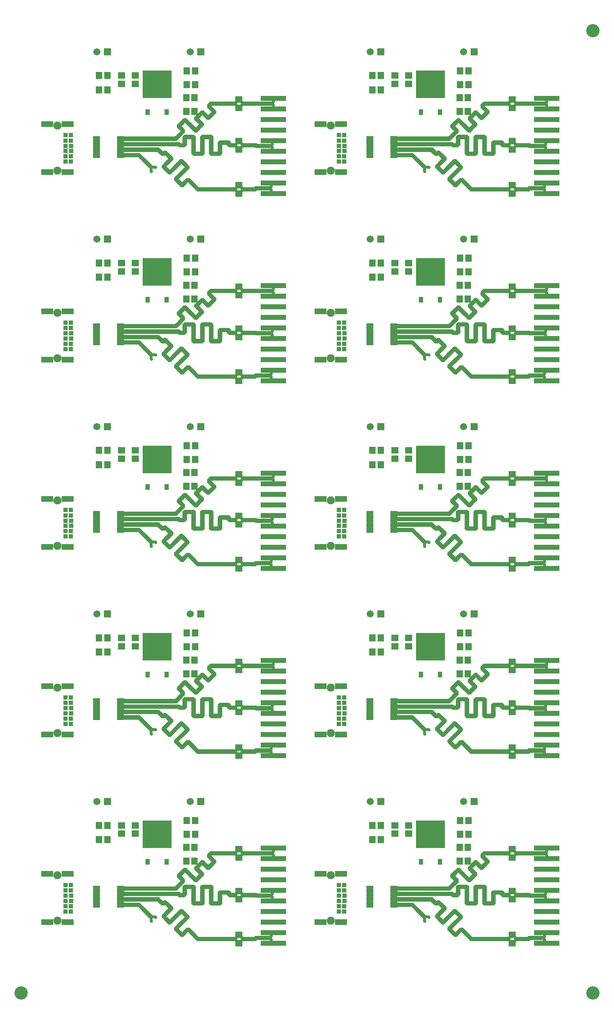
<source format=gbr>
%TF.GenerationSoftware,Altium Limited,Altium Designer,23.9.2 (47)*%
G04 Layer_Color=8388736*
%FSLAX45Y45*%
%MOMM*%
%TF.SameCoordinates,AD479AB8-1AF9-481E-9C01-A3E3F564F201*%
%TF.FilePolarity,Negative*%
%TF.FileFunction,Soldermask,Top*%
%TF.Part,CustomerPanel*%
G01*
G75*
%TA.AperFunction,SMDPad,CuDef*%
%ADD34C,3.20320*%
%ADD35R,6.20320X1.20320*%
%TA.AperFunction,BGAPad,CuDef*%
%ADD36R,1.00320X1.00320*%
%TA.AperFunction,ConnectorPad*%
%ADD37R,2.90320X1.40320*%
%TA.AperFunction,SMDPad,CuDef*%
%ADD38R,6.93420X6.70560*%
%ADD39R,1.09220X1.42240*%
%ADD40R,1.70320X1.60320*%
%ADD41R,1.60320X1.70320*%
G04:AMPARAMS|DCode=42|XSize=1.7732mm|YSize=0.6132mm|CornerRadius=0.15285mm|HoleSize=0mm|Usage=FLASHONLY|Rotation=180.000|XOffset=0mm|YOffset=0mm|HoleType=Round|Shape=RoundedRectangle|*
%AMROUNDEDRECTD42*
21,1,1.77320,0.30750,0,0,180.0*
21,1,1.46750,0.61320,0,0,180.0*
1,1,0.30570,-0.73375,0.15375*
1,1,0.30570,0.73375,0.15375*
1,1,0.30570,0.73375,-0.15375*
1,1,0.30570,-0.73375,-0.15375*
%
%ADD42ROUNDEDRECTD42*%
%TA.AperFunction,Conductor*%
%ADD43C,0.64200*%
%ADD44C,0.78100*%
%TA.AperFunction,ComponentPad*%
%ADD45C,1.95320*%
%ADD46C,1.70320*%
%ADD47R,1.70320X1.70320*%
D34*
X20948286Y30797501D02*
D03*
Y7696200D02*
D03*
X7213600D02*
D03*
D35*
X13271500Y11176000D02*
D03*
Y10922000D02*
D03*
Y10668000D02*
D03*
Y10414000D02*
D03*
Y10160000D02*
D03*
Y9906000D02*
D03*
Y9652000D02*
D03*
Y9398000D02*
D03*
Y9144000D02*
D03*
Y8890000D02*
D03*
X19842101Y11176000D02*
D03*
Y10922000D02*
D03*
Y10668000D02*
D03*
Y10414000D02*
D03*
Y10160000D02*
D03*
Y9906000D02*
D03*
Y9652000D02*
D03*
Y9398000D02*
D03*
Y9144000D02*
D03*
Y8890000D02*
D03*
X13271500Y15676500D02*
D03*
Y15422501D02*
D03*
Y15168500D02*
D03*
Y14914500D02*
D03*
Y14660500D02*
D03*
Y14406500D02*
D03*
Y14152499D02*
D03*
Y13898500D02*
D03*
Y13644501D02*
D03*
Y13390500D02*
D03*
X19842101Y15676500D02*
D03*
Y15422501D02*
D03*
Y15168500D02*
D03*
Y14914500D02*
D03*
Y14660500D02*
D03*
Y14406500D02*
D03*
Y14152499D02*
D03*
Y13898500D02*
D03*
Y13644501D02*
D03*
Y13390500D02*
D03*
X13271500Y20177000D02*
D03*
Y19923000D02*
D03*
Y19669000D02*
D03*
Y19414999D02*
D03*
Y19161000D02*
D03*
Y18907001D02*
D03*
Y18653000D02*
D03*
Y18399001D02*
D03*
Y18145000D02*
D03*
Y17891000D02*
D03*
X19842101Y20177000D02*
D03*
Y19923000D02*
D03*
Y19669000D02*
D03*
Y19414999D02*
D03*
Y19161000D02*
D03*
Y18907001D02*
D03*
Y18653000D02*
D03*
Y18399001D02*
D03*
Y18145000D02*
D03*
Y17891000D02*
D03*
X13271500Y24677499D02*
D03*
Y24423500D02*
D03*
Y24169501D02*
D03*
Y23915500D02*
D03*
Y23661501D02*
D03*
Y23407500D02*
D03*
Y23153500D02*
D03*
Y22899500D02*
D03*
Y22645500D02*
D03*
Y22391499D02*
D03*
X19842101Y24677499D02*
D03*
Y24423500D02*
D03*
Y24169501D02*
D03*
Y23915500D02*
D03*
Y23661501D02*
D03*
Y23407500D02*
D03*
Y23153500D02*
D03*
Y22899500D02*
D03*
Y22645500D02*
D03*
Y22391499D02*
D03*
X13271500Y29178000D02*
D03*
Y28923999D02*
D03*
Y28670001D02*
D03*
Y28416000D02*
D03*
Y28162000D02*
D03*
Y27907999D02*
D03*
Y27654001D02*
D03*
Y27400000D02*
D03*
Y27145999D02*
D03*
Y26892001D02*
D03*
X19842101Y29178000D02*
D03*
Y28923999D02*
D03*
Y28670001D02*
D03*
Y28416000D02*
D03*
Y28162000D02*
D03*
Y27907999D02*
D03*
Y27654001D02*
D03*
Y27400000D02*
D03*
Y27145999D02*
D03*
Y26892001D02*
D03*
D36*
X8405669Y10290146D02*
D03*
Y10160000D02*
D03*
X8408644Y10033000D02*
D03*
Y9909146D02*
D03*
X8407400Y9782146D02*
D03*
Y9655146D02*
D03*
X8280400Y10290146D02*
D03*
Y10160000D02*
D03*
Y10033000D02*
D03*
Y9909146D02*
D03*
Y9782146D02*
D03*
Y9655146D02*
D03*
X14976270Y10290146D02*
D03*
Y10160000D02*
D03*
X14979243Y10033000D02*
D03*
Y9909146D02*
D03*
X14978000Y9782146D02*
D03*
Y9655146D02*
D03*
X14850999Y10290146D02*
D03*
Y10160000D02*
D03*
Y10033000D02*
D03*
Y9909146D02*
D03*
Y9782146D02*
D03*
Y9655146D02*
D03*
X8405669Y14790646D02*
D03*
Y14660500D02*
D03*
X8408644Y14533501D02*
D03*
Y14409647D02*
D03*
X8407400Y14282646D02*
D03*
Y14155646D02*
D03*
X8280400Y14790646D02*
D03*
Y14660500D02*
D03*
Y14533501D02*
D03*
Y14409647D02*
D03*
Y14282646D02*
D03*
Y14155646D02*
D03*
X14976270Y14790646D02*
D03*
Y14660500D02*
D03*
X14979243Y14533501D02*
D03*
Y14409647D02*
D03*
X14978000Y14282646D02*
D03*
Y14155646D02*
D03*
X14850999Y14790646D02*
D03*
Y14660500D02*
D03*
Y14533501D02*
D03*
Y14409647D02*
D03*
Y14282646D02*
D03*
Y14155646D02*
D03*
X8405669Y19291145D02*
D03*
Y19161000D02*
D03*
X8408644Y19034000D02*
D03*
Y18910146D02*
D03*
X8407400Y18783147D02*
D03*
Y18656146D02*
D03*
X8280400Y19291145D02*
D03*
Y19161000D02*
D03*
Y19034000D02*
D03*
Y18910146D02*
D03*
Y18783147D02*
D03*
Y18656146D02*
D03*
X14976270Y19291145D02*
D03*
Y19161000D02*
D03*
X14979243Y19034000D02*
D03*
Y18910146D02*
D03*
X14978000Y18783147D02*
D03*
Y18656146D02*
D03*
X14850999Y19291145D02*
D03*
Y19161000D02*
D03*
Y19034000D02*
D03*
Y18910146D02*
D03*
Y18783147D02*
D03*
Y18656146D02*
D03*
X8405669Y23791646D02*
D03*
Y23661501D02*
D03*
X8408644Y23534500D02*
D03*
Y23410646D02*
D03*
X8407400Y23283646D02*
D03*
Y23156647D02*
D03*
X8280400Y23791646D02*
D03*
Y23661501D02*
D03*
Y23534500D02*
D03*
Y23410646D02*
D03*
Y23283646D02*
D03*
Y23156647D02*
D03*
X14976270Y23791646D02*
D03*
Y23661501D02*
D03*
X14979243Y23534500D02*
D03*
Y23410646D02*
D03*
X14978000Y23283646D02*
D03*
Y23156647D02*
D03*
X14850999Y23791646D02*
D03*
Y23661501D02*
D03*
Y23534500D02*
D03*
Y23410646D02*
D03*
Y23283646D02*
D03*
Y23156647D02*
D03*
X8405669Y28292145D02*
D03*
Y28162000D02*
D03*
X8408644Y28035001D02*
D03*
Y27911145D02*
D03*
X8407400Y27784146D02*
D03*
Y27657147D02*
D03*
X8280400Y28292145D02*
D03*
Y28162000D02*
D03*
Y28035001D02*
D03*
Y27911145D02*
D03*
Y27784146D02*
D03*
Y27657147D02*
D03*
X14976270Y28292145D02*
D03*
Y28162000D02*
D03*
X14979243Y28035001D02*
D03*
Y27911145D02*
D03*
X14978000Y27784146D02*
D03*
Y27657147D02*
D03*
X14850999Y28292145D02*
D03*
Y28162000D02*
D03*
Y28035001D02*
D03*
Y27911145D02*
D03*
Y27784146D02*
D03*
Y27657147D02*
D03*
D37*
X8325900Y10556846D02*
D03*
X7835900D02*
D03*
X8325900Y9401146D02*
D03*
X7835900D02*
D03*
X14896500Y10556846D02*
D03*
X14406500D02*
D03*
X14896500Y9401146D02*
D03*
X14406500D02*
D03*
X8325900Y15057346D02*
D03*
X7835900D02*
D03*
X8325900Y13901646D02*
D03*
X7835900D02*
D03*
X14896500Y15057346D02*
D03*
X14406500D02*
D03*
X14896500Y13901646D02*
D03*
X14406500D02*
D03*
X8325900Y19557846D02*
D03*
X7835900D02*
D03*
X8325900Y18402145D02*
D03*
X7835900D02*
D03*
X14896500Y19557846D02*
D03*
X14406500D02*
D03*
X14896500Y18402145D02*
D03*
X14406500D02*
D03*
X8325900Y24058347D02*
D03*
X7835900D02*
D03*
X8325900Y22902646D02*
D03*
X7835900D02*
D03*
X14896500Y24058347D02*
D03*
X14406500D02*
D03*
X14896500Y22902646D02*
D03*
X14406500D02*
D03*
X8325900Y28558847D02*
D03*
X7835900D02*
D03*
X8325900Y27403146D02*
D03*
X7835900D02*
D03*
X14896500Y28558847D02*
D03*
X14406500D02*
D03*
X14896500Y27403146D02*
D03*
X14406500D02*
D03*
D38*
X10477500Y11508740D02*
D03*
X17048100D02*
D03*
X10477500Y16009241D02*
D03*
X17048100D02*
D03*
X10477500Y20509740D02*
D03*
X17048100D02*
D03*
X10477500Y25010240D02*
D03*
X17048100D02*
D03*
X10477500Y29510739D02*
D03*
X17048100D02*
D03*
D39*
X10706100Y10843260D02*
D03*
X10248900D02*
D03*
X17276700D02*
D03*
X16819501D02*
D03*
X10706100Y15343761D02*
D03*
X10248900D02*
D03*
X17276700D02*
D03*
X16819501D02*
D03*
X10706100Y19844260D02*
D03*
X10248900D02*
D03*
X17276700D02*
D03*
X16819501D02*
D03*
X10706100Y24344760D02*
D03*
X10248900D02*
D03*
X17276700D02*
D03*
X16819501D02*
D03*
X10706100Y28845261D02*
D03*
X10248900D02*
D03*
X17276700D02*
D03*
X16819501D02*
D03*
D40*
X9956800Y11720500D02*
D03*
Y11520500D02*
D03*
X9626600Y11720500D02*
D03*
Y11520500D02*
D03*
X12446000Y8891600D02*
D03*
Y9091600D02*
D03*
Y10145700D02*
D03*
Y9945700D02*
D03*
Y10949000D02*
D03*
Y11149000D02*
D03*
X16527400Y11720500D02*
D03*
Y11520500D02*
D03*
X16197200Y11720500D02*
D03*
Y11520500D02*
D03*
X19016600Y8891600D02*
D03*
Y9091600D02*
D03*
Y10145700D02*
D03*
Y9945700D02*
D03*
Y10949000D02*
D03*
Y11149000D02*
D03*
X9956800Y16221001D02*
D03*
Y16021001D02*
D03*
X9626600Y16221001D02*
D03*
Y16021001D02*
D03*
X12446000Y13392101D02*
D03*
Y13592101D02*
D03*
Y14646201D02*
D03*
Y14446201D02*
D03*
Y15449500D02*
D03*
Y15649500D02*
D03*
X16527400Y16221001D02*
D03*
Y16021001D02*
D03*
X16197200Y16221001D02*
D03*
Y16021001D02*
D03*
X19016600Y13392101D02*
D03*
Y13592101D02*
D03*
Y14646201D02*
D03*
Y14446201D02*
D03*
Y15449500D02*
D03*
Y15649500D02*
D03*
X9956800Y20721500D02*
D03*
Y20521500D02*
D03*
X9626600Y20721500D02*
D03*
Y20521500D02*
D03*
X12446000Y17892599D02*
D03*
Y18092599D02*
D03*
Y19146700D02*
D03*
Y18946700D02*
D03*
Y19950000D02*
D03*
Y20150000D02*
D03*
X16527400Y20721500D02*
D03*
Y20521500D02*
D03*
X16197200Y20721500D02*
D03*
Y20521500D02*
D03*
X19016600Y17892599D02*
D03*
Y18092599D02*
D03*
Y19146700D02*
D03*
Y18946700D02*
D03*
Y19950000D02*
D03*
Y20150000D02*
D03*
X9956800Y25222000D02*
D03*
Y25022000D02*
D03*
X9626600Y25222000D02*
D03*
Y25022000D02*
D03*
X12446000Y22393100D02*
D03*
Y22593100D02*
D03*
Y23647200D02*
D03*
Y23447200D02*
D03*
Y24450500D02*
D03*
Y24650500D02*
D03*
X16527400Y25222000D02*
D03*
Y25022000D02*
D03*
X16197200Y25222000D02*
D03*
Y25022000D02*
D03*
X19016600Y22393100D02*
D03*
Y22593100D02*
D03*
Y23647200D02*
D03*
Y23447200D02*
D03*
Y24450500D02*
D03*
Y24650500D02*
D03*
X9956800Y29722501D02*
D03*
Y29522501D02*
D03*
X9626600Y29722501D02*
D03*
Y29522501D02*
D03*
X12446000Y26893600D02*
D03*
Y27093600D02*
D03*
Y28147699D02*
D03*
Y27947699D02*
D03*
Y28951001D02*
D03*
Y29151001D02*
D03*
X16527400Y29722501D02*
D03*
Y29522501D02*
D03*
X16197200Y29722501D02*
D03*
Y29522501D02*
D03*
X19016600Y26893600D02*
D03*
Y27093600D02*
D03*
Y28147699D02*
D03*
Y27947699D02*
D03*
Y28951001D02*
D03*
Y29151001D02*
D03*
D41*
X9082100Y11720500D02*
D03*
X9282100D02*
D03*
X9082100Y11379200D02*
D03*
X9282100D02*
D03*
X11179200Y10858500D02*
D03*
X11379200D02*
D03*
Y11188700D02*
D03*
X11179200D02*
D03*
X11188700Y11506200D02*
D03*
X11388700D02*
D03*
X11188700Y11836400D02*
D03*
X11388700D02*
D03*
X15652699Y11720500D02*
D03*
X15852699D02*
D03*
X15652699Y11379200D02*
D03*
X15852699D02*
D03*
X17749800Y10858500D02*
D03*
X17949800D02*
D03*
Y11188700D02*
D03*
X17749800D02*
D03*
X17759300Y11506200D02*
D03*
X17959300D02*
D03*
X17759300Y11836400D02*
D03*
X17959300D02*
D03*
X9082100Y16221001D02*
D03*
X9282100D02*
D03*
X9082100Y15879700D02*
D03*
X9282100D02*
D03*
X11179200Y15359000D02*
D03*
X11379200D02*
D03*
Y15689200D02*
D03*
X11179200D02*
D03*
X11188700Y16006700D02*
D03*
X11388700D02*
D03*
X11188700Y16336900D02*
D03*
X11388700D02*
D03*
X15652699Y16221001D02*
D03*
X15852699D02*
D03*
X15652699Y15879700D02*
D03*
X15852699D02*
D03*
X17749800Y15359000D02*
D03*
X17949800D02*
D03*
Y15689200D02*
D03*
X17749800D02*
D03*
X17759300Y16006700D02*
D03*
X17959300D02*
D03*
X17759300Y16336900D02*
D03*
X17959300D02*
D03*
X9082100Y20721500D02*
D03*
X9282100D02*
D03*
X9082100Y20380200D02*
D03*
X9282100D02*
D03*
X11179200Y19859500D02*
D03*
X11379200D02*
D03*
Y20189700D02*
D03*
X11179200D02*
D03*
X11188700Y20507201D02*
D03*
X11388700D02*
D03*
X11188700Y20837399D02*
D03*
X11388700D02*
D03*
X15652699Y20721500D02*
D03*
X15852699D02*
D03*
X15652699Y20380200D02*
D03*
X15852699D02*
D03*
X17749800Y19859500D02*
D03*
X17949800D02*
D03*
Y20189700D02*
D03*
X17749800D02*
D03*
X17759300Y20507201D02*
D03*
X17959300D02*
D03*
X17759300Y20837399D02*
D03*
X17959300D02*
D03*
X9082100Y25222000D02*
D03*
X9282100D02*
D03*
X9082100Y24880701D02*
D03*
X9282100D02*
D03*
X11179200Y24360001D02*
D03*
X11379200D02*
D03*
Y24690199D02*
D03*
X11179200D02*
D03*
X11188700Y25007700D02*
D03*
X11388700D02*
D03*
X11188700Y25337900D02*
D03*
X11388700D02*
D03*
X15652699Y25222000D02*
D03*
X15852699D02*
D03*
X15652699Y24880701D02*
D03*
X15852699D02*
D03*
X17749800Y24360001D02*
D03*
X17949800D02*
D03*
Y24690199D02*
D03*
X17749800D02*
D03*
X17759300Y25007700D02*
D03*
X17959300D02*
D03*
X17759300Y25337900D02*
D03*
X17959300D02*
D03*
X9082100Y29722501D02*
D03*
X9282100D02*
D03*
X9082100Y29381201D02*
D03*
X9282100D02*
D03*
X11179200Y28860501D02*
D03*
X11379200D02*
D03*
Y29190701D02*
D03*
X11179200D02*
D03*
X11188700Y29508200D02*
D03*
X11388700D02*
D03*
X11188700Y29838400D02*
D03*
X11388700D02*
D03*
X15652699Y29722501D02*
D03*
X15852699D02*
D03*
X15652699Y29381201D02*
D03*
X15852699D02*
D03*
X17749800Y28860501D02*
D03*
X17949800D02*
D03*
Y29190701D02*
D03*
X17749800D02*
D03*
X17759300Y29508200D02*
D03*
X17959300D02*
D03*
X17759300Y29838400D02*
D03*
X17959300D02*
D03*
D42*
X9022100Y9975100D02*
D03*
Y10040100D02*
D03*
X9596100Y10235100D02*
D03*
Y10170100D02*
D03*
Y10105100D02*
D03*
Y10040100D02*
D03*
Y9975100D02*
D03*
Y9910100D02*
D03*
Y9845100D02*
D03*
Y9780100D02*
D03*
X9022100Y10235100D02*
D03*
Y10170100D02*
D03*
Y10105100D02*
D03*
Y9910100D02*
D03*
Y9845100D02*
D03*
Y9780100D02*
D03*
X15592700Y9975100D02*
D03*
Y10040100D02*
D03*
X16166701Y10235100D02*
D03*
Y10170100D02*
D03*
Y10105100D02*
D03*
Y10040100D02*
D03*
Y9975100D02*
D03*
Y9910100D02*
D03*
Y9845100D02*
D03*
Y9780100D02*
D03*
X15592700Y10235100D02*
D03*
Y10170100D02*
D03*
Y10105100D02*
D03*
Y9910100D02*
D03*
Y9845100D02*
D03*
Y9780100D02*
D03*
X9022100Y14475600D02*
D03*
Y14540601D02*
D03*
X9596100Y14735600D02*
D03*
Y14670599D02*
D03*
Y14605600D02*
D03*
Y14540601D02*
D03*
Y14475600D02*
D03*
Y14410600D02*
D03*
Y14345599D02*
D03*
Y14280600D02*
D03*
X9022100Y14735600D02*
D03*
Y14670599D02*
D03*
Y14605600D02*
D03*
Y14410600D02*
D03*
Y14345599D02*
D03*
Y14280600D02*
D03*
X15592700Y14475600D02*
D03*
Y14540601D02*
D03*
X16166701Y14735600D02*
D03*
Y14670599D02*
D03*
Y14605600D02*
D03*
Y14540601D02*
D03*
Y14475600D02*
D03*
Y14410600D02*
D03*
Y14345599D02*
D03*
Y14280600D02*
D03*
X15592700Y14735600D02*
D03*
Y14670599D02*
D03*
Y14605600D02*
D03*
Y14410600D02*
D03*
Y14345599D02*
D03*
Y14280600D02*
D03*
X9022100Y18976100D02*
D03*
Y19041100D02*
D03*
X9596100Y19236099D02*
D03*
Y19171100D02*
D03*
Y19106100D02*
D03*
Y19041100D02*
D03*
Y18976100D02*
D03*
Y18911099D02*
D03*
Y18846100D02*
D03*
Y18781100D02*
D03*
X9022100Y19236099D02*
D03*
Y19171100D02*
D03*
Y19106100D02*
D03*
Y18911099D02*
D03*
Y18846100D02*
D03*
Y18781100D02*
D03*
X15592700Y18976100D02*
D03*
Y19041100D02*
D03*
X16166701Y19236099D02*
D03*
Y19171100D02*
D03*
Y19106100D02*
D03*
Y19041100D02*
D03*
Y18976100D02*
D03*
Y18911099D02*
D03*
Y18846100D02*
D03*
Y18781100D02*
D03*
X15592700Y19236099D02*
D03*
Y19171100D02*
D03*
Y19106100D02*
D03*
Y18911099D02*
D03*
Y18846100D02*
D03*
Y18781100D02*
D03*
X9022100Y23476601D02*
D03*
Y23541600D02*
D03*
X9596100Y23736600D02*
D03*
Y23671600D02*
D03*
Y23606599D02*
D03*
Y23541600D02*
D03*
Y23476601D02*
D03*
Y23411600D02*
D03*
Y23346600D02*
D03*
Y23281599D02*
D03*
X9022100Y23736600D02*
D03*
Y23671600D02*
D03*
Y23606599D02*
D03*
Y23411600D02*
D03*
Y23346600D02*
D03*
Y23281599D02*
D03*
X15592700Y23476601D02*
D03*
Y23541600D02*
D03*
X16166701Y23736600D02*
D03*
Y23671600D02*
D03*
Y23606599D02*
D03*
Y23541600D02*
D03*
Y23476601D02*
D03*
Y23411600D02*
D03*
Y23346600D02*
D03*
Y23281599D02*
D03*
X15592700Y23736600D02*
D03*
Y23671600D02*
D03*
Y23606599D02*
D03*
Y23411600D02*
D03*
Y23346600D02*
D03*
Y23281599D02*
D03*
X9022100Y27977100D02*
D03*
Y28042099D02*
D03*
X9596100Y28237100D02*
D03*
Y28172101D02*
D03*
Y28107101D02*
D03*
Y28042099D02*
D03*
Y27977100D02*
D03*
Y27912100D02*
D03*
Y27847101D02*
D03*
Y27782101D02*
D03*
X9022100Y28237100D02*
D03*
Y28172101D02*
D03*
Y28107101D02*
D03*
Y27912100D02*
D03*
Y27847101D02*
D03*
Y27782101D02*
D03*
X15592700Y27977100D02*
D03*
Y28042099D02*
D03*
X16166701Y28237100D02*
D03*
Y28172101D02*
D03*
Y28107101D02*
D03*
Y28042099D02*
D03*
Y27977100D02*
D03*
Y27912100D02*
D03*
Y27847101D02*
D03*
Y27782101D02*
D03*
X15592700Y28237100D02*
D03*
Y28172101D02*
D03*
Y28107101D02*
D03*
Y27912100D02*
D03*
Y27847101D02*
D03*
Y27782101D02*
D03*
D43*
X10524242Y9950242D02*
X10610609Y9863875D01*
X10630657D01*
X10653983Y9887201D01*
X10684552D01*
X10829911Y9741841D01*
Y9711273D02*
Y9741841D01*
X10655140Y9536502D02*
X10829911Y9711273D01*
X10655140Y9536502D02*
X10778884Y9412758D01*
X11046442Y9680316D01*
X11077011D01*
X11222370Y9534957D01*
Y9504388D02*
Y9534957D01*
X10954812Y9236830D02*
X11222370Y9504388D01*
X10954812Y9236830D02*
X11078556Y9113086D01*
X11194669Y9229199D01*
X11245285D01*
X11272292Y9202192D01*
X10498150Y9924150D02*
Y9924150D01*
X10498150D01*
X10595325Y9826975D01*
X10645942D01*
X10669267Y9850301D01*
X10793011Y9726557D01*
X10618240Y9551786D02*
X10793011Y9726557D01*
X10618240Y9521217D02*
Y9551786D01*
Y9521217D02*
X10763600Y9375858D01*
X10794168D01*
X11061727Y9643416D01*
X11185470Y9519672D01*
X10917912Y9252114D02*
X11185470Y9519672D01*
X10917912Y9221545D02*
Y9252114D01*
Y9221545D02*
X11063271Y9076186D01*
X11093840D01*
X11209953Y9192299D01*
X11230001D01*
X11246200Y9176100D01*
X11246200Y9176100D02*
X11246200Y9176100D01*
X10513434Y9961050D02*
X10524242Y9950242D01*
X11272292Y9202192D02*
X11464434Y9010050D01*
X11246200Y9176100D02*
X11449150Y8973150D01*
X12219478Y10027250D02*
X12340568D01*
X12183686Y10063042D02*
X12219478Y10027250D01*
X12183686Y10063042D02*
Y10092716D01*
X12008686D02*
X12183686D01*
X12008686Y9848865D02*
Y10092716D01*
X11987071Y9827250D02*
X12008686Y9848865D01*
X11781501Y9827250D02*
X11987071D01*
X11759886Y9848865D02*
X11781501Y9827250D01*
X11759886Y9848865D02*
Y10227250D01*
X11584886D02*
X11759886D01*
X11584886Y9848865D02*
Y10227250D01*
X11563270Y9827250D02*
X11584886Y9848865D01*
X11357701Y9827250D02*
X11563270D01*
X11336085Y9848865D02*
X11357701Y9827250D01*
X11336085Y9848865D02*
Y10227250D01*
X11161085D02*
X11336085D01*
X11161085Y10063042D02*
Y10227250D01*
X11125293Y10027250D02*
X11161085Y10063042D01*
X11087100Y10027250D02*
X11125293D01*
X12234762Y10064150D02*
X12340568D01*
X12220586Y10078326D02*
X12234762Y10064150D01*
X12220586Y10078326D02*
Y10108001D01*
X12198971Y10129617D02*
X12220586Y10108001D01*
X11993402Y10129617D02*
X12198971D01*
X11971786Y10108001D02*
X11993402Y10129617D01*
X11971786Y9864150D02*
Y10108001D01*
X11796786Y9864150D02*
X11971786D01*
X11796786D02*
Y10242535D01*
X11775170Y10264150D02*
X11796786Y10242535D01*
X11569601Y10264150D02*
X11775170D01*
X11547986Y10242535D02*
X11569601Y10264150D01*
X11547986Y9864150D02*
Y10242535D01*
X11372985Y9864150D02*
X11547986D01*
X11372985D02*
Y10242535D01*
X11351370Y10264150D02*
X11372985Y10242535D01*
X11145801Y10264150D02*
X11351370D01*
X11124185Y10242535D02*
X11145801Y10264150D01*
X11124185Y10078326D02*
Y10242535D01*
X11110009Y10064150D02*
X11124185Y10078326D01*
X11087100Y10064150D02*
X11110009D01*
X12340568Y10027250D02*
X12368924D01*
X11016050D02*
X11087100D01*
X12340568Y10064150D02*
X12368924D01*
X11031335D02*
X11087100D01*
X11004435Y10091050D02*
X11031335Y10064150D01*
X10967091Y10267309D02*
X11080109Y10380326D01*
Y10400374D01*
X10988877Y10491605D02*
X11080109Y10400374D01*
X10988877Y10491605D02*
Y10522174D01*
X11134237Y10667533D01*
X11164805D01*
X11164805D02*
X11407482Y10424856D01*
X11531226Y10548600D01*
X11405089Y10674737D02*
X11531226Y10548600D01*
X11405089Y10674737D02*
Y10705305D01*
X11550449Y10850665D01*
X11581017D01*
X11707154Y10724528D01*
X11830898Y10848272D01*
X11714784Y10964385D02*
X11830898Y10848272D01*
X11714784Y10964385D02*
Y11015002D01*
X11741792Y11042009D01*
X10993183Y10241216D02*
X10993183D01*
X10993183D02*
X11117009Y10365042D01*
Y10415658D01*
X11025778Y10506889D02*
X11117009Y10415658D01*
X11025778Y10506889D02*
X11149521Y10630633D01*
X11149521D01*
X11392198Y10387956D01*
X11422766D01*
X11519347Y10484536D01*
X11568126Y10533316D01*
Y10563884D01*
X11441989Y10690021D02*
X11568126Y10563884D01*
X11441989Y10690021D02*
X11565733Y10813765D01*
X11691870Y10687628D01*
X11722438D01*
X11867798Y10832988D01*
Y10863556D01*
X11751684Y10979670D02*
X11867798Y10863556D01*
X11751684Y10979670D02*
Y10999717D01*
X11767883Y11015916D01*
X11767884D01*
X10920833Y10221050D02*
X10967091Y10267309D01*
X11741792Y11042009D02*
X11767233Y11067450D01*
X10936117Y10184150D02*
X10993183Y10241216D01*
X11767884Y11015916D02*
X11782517Y11030550D01*
X12368924D01*
X11767233Y11067450D02*
X12368924D01*
X10989150Y10054150D02*
X11016050Y10027250D01*
X9676676Y10054150D02*
X10989150D01*
X9676676Y10091050D02*
X11004435D01*
X10034290Y9794150D02*
X10334438Y9494003D01*
X9676676Y9794150D02*
X10034290D01*
X10049575Y9831050D02*
X10360530Y9520095D01*
X9676676Y9831050D02*
X10049575D01*
X10334438Y9421807D02*
X10344709Y9411536D01*
X10334438Y9421807D02*
Y9494003D01*
X9604500Y9788500D02*
X9671026D01*
X9596100Y9780100D02*
X9604500Y9788500D01*
X10360530Y9520095D02*
X10432725D01*
X10442997Y9509824D01*
X9596100Y9845100D02*
X9604500Y9836700D01*
X9671026D01*
X9676676Y9831050D01*
X9671026Y9788500D02*
X9676676Y9794150D01*
Y9924150D02*
X10498150D01*
X9676676Y9961050D02*
X10513434D01*
X12368924Y8973150D02*
X12383100Y8958974D01*
Y8949500D02*
Y8958974D01*
Y8949500D02*
X12441000Y8891600D01*
X12446000D01*
X9671026Y9918500D02*
X9676676Y9924150D01*
X9596100Y9910100D02*
X9604500Y9918500D01*
X9671026D01*
X11449150Y8973150D02*
X12368924D01*
X12441000Y9091600D02*
X12446000D01*
X12383100Y9033700D02*
X12441000Y9091600D01*
X12383100Y9024226D02*
Y9033700D01*
X12368924Y9010050D02*
X12383100Y9024226D01*
X9671026Y9966700D02*
X9676676Y9961050D01*
X9596100Y9975100D02*
X9604500Y9966700D01*
X9671026D01*
X11464434Y9010050D02*
X12368924D01*
X12446000Y9091600D02*
X12451000D01*
X12508900Y9024226D02*
Y9033700D01*
X12451000Y9091600D02*
X12508900Y9033700D01*
Y9024226D02*
X12523076Y9010050D01*
X12823814D01*
X12849216Y9035450D01*
X13206525D02*
X13220700Y9049626D01*
X12849216Y9035450D02*
X13206525D01*
X13258600Y9144000D02*
X13271500D01*
X12446000Y8891600D02*
X12451000D01*
X12508900Y8958974D02*
X12523076Y8973150D01*
X12839101D01*
X12864500Y8998550D01*
X12508900Y8949500D02*
Y8958974D01*
X13220700Y8927900D02*
X13258600Y8890000D01*
X12451000Y8891600D02*
X12508900Y8949500D01*
X13258600Y8890000D02*
X13271500D01*
X13220700Y9106100D02*
X13258600Y9144000D01*
X13220700Y9049626D02*
Y9106100D01*
X13206525Y8998550D02*
X13220700Y8984374D01*
Y8927900D02*
Y8984374D01*
X12864500Y8998550D02*
X13206525D01*
X12383100Y10003600D02*
X12441000Y9945700D01*
X12368924Y10027250D02*
X12383100Y10013074D01*
Y10003600D02*
Y10013074D01*
X12441000Y9945700D02*
X12446000D01*
X9671026Y10048500D02*
X9676676Y10054150D01*
X9596100Y10040100D02*
X9604500Y10048500D01*
X9671026D01*
X12441000Y10145700D02*
X12446000D01*
X12383100Y10087800D02*
X12441000Y10145700D01*
X12368924Y10064150D02*
X12383100Y10078326D01*
Y10087800D01*
X9671026Y10096700D02*
X9676676Y10091050D01*
X9596100Y10105100D02*
X9604500Y10096700D01*
X9671026D01*
X13246100Y9931400D02*
X13271500Y9906000D01*
X13231924Y10014550D02*
X13246100Y10000374D01*
Y9931400D02*
Y10000374D01*
X12842867Y10027250D02*
X12855566Y10014550D01*
X13231924D01*
X12523076Y10027250D02*
X12842867D01*
X12446000Y9945700D02*
X12451000D01*
X13246100Y10134600D02*
X13271500Y10160000D01*
X12508900Y10078326D02*
Y10087800D01*
Y10078326D02*
X12523076Y10064150D01*
X12858150D01*
X12451000Y9945700D02*
X12508900Y10003600D01*
X12446000Y10145700D02*
X12451000D01*
X12508900Y10087800D01*
X13231924Y10051450D02*
X13246100Y10065626D01*
X12858150Y10064150D02*
X12870850Y10051450D01*
X13246100Y10065626D02*
Y10134600D01*
X12870850Y10051450D02*
X13231924D01*
X12508900Y10003600D02*
Y10013074D01*
X12523076Y10027250D01*
X12383100Y11006900D02*
X12441000Y10949000D01*
X12446000D01*
X12383100Y11006900D02*
Y11016374D01*
X12368924Y11030550D02*
X12383100Y11016374D01*
X9676676Y10184150D02*
X10936117D01*
X9671026Y10178500D02*
X9676676Y10184150D01*
X9596100Y10170100D02*
X9604500Y10178500D01*
X9671026D01*
X12441000Y11149000D02*
X12446000D01*
X12383100Y11091100D02*
X12441000Y11149000D01*
X12383100Y11081626D02*
Y11091100D01*
X12368924Y11067450D02*
X12383100Y11081626D01*
X9596100Y10235100D02*
X9604500Y10226700D01*
X9671026D01*
X9676676Y10221050D02*
X10920833D01*
X9671026Y10226700D02*
X9676676Y10221050D01*
X12446000Y11149000D02*
X12451000D01*
X12508900Y11091100D01*
Y11081626D02*
Y11091100D01*
Y11081626D02*
X12523076Y11067450D01*
X13257324Y11030550D02*
X13271500Y11016374D01*
X12523076Y11030550D02*
X13257324D01*
X13271500Y11081626D02*
Y11176000D01*
Y10922000D02*
Y11016374D01*
X12451000Y10949000D02*
X12508900Y11006900D01*
Y11016374D01*
X12523076Y11030550D01*
X12446000Y10949000D02*
X12451000D01*
X13257324Y11067450D02*
X13271500Y11081626D01*
X12523076Y11067450D02*
X13257324D01*
X17094843Y9950242D02*
X17181209Y9863875D01*
X17201257D01*
X17224583Y9887201D01*
X17255151D01*
X17400511Y9741841D01*
Y9711273D02*
Y9741841D01*
X17225740Y9536502D02*
X17400511Y9711273D01*
X17225740Y9536502D02*
X17349484Y9412758D01*
X17617043Y9680316D01*
X17647610D01*
X17792970Y9534957D01*
Y9504388D02*
Y9534957D01*
X17525412Y9236830D02*
X17792970Y9504388D01*
X17525412Y9236830D02*
X17649156Y9113086D01*
X17765269Y9229199D01*
X17815884D01*
X17842892Y9202192D01*
X17068750Y9924150D02*
Y9924150D01*
X17068750D01*
X17165926Y9826975D01*
X17216542D01*
X17239867Y9850301D01*
X17363611Y9726557D01*
X17188840Y9551786D02*
X17363611Y9726557D01*
X17188840Y9521217D02*
Y9551786D01*
Y9521217D02*
X17334200Y9375858D01*
X17364767D01*
X17632327Y9643416D01*
X17756070Y9519672D01*
X17488512Y9252114D02*
X17756070Y9519672D01*
X17488512Y9221545D02*
Y9252114D01*
Y9221545D02*
X17633871Y9076186D01*
X17664439D01*
X17780553Y9192299D01*
X17800601D01*
X17816800Y9176100D01*
X17816800Y9176100D02*
X17816800Y9176100D01*
X17084035Y9961050D02*
X17094843Y9950242D01*
X17842892Y9202192D02*
X18035034Y9010050D01*
X17816800Y9176100D02*
X18019749Y8973150D01*
X18790079Y10027250D02*
X18911168D01*
X18754286Y10063042D02*
X18790079Y10027250D01*
X18754286Y10063042D02*
Y10092716D01*
X18579286D02*
X18754286D01*
X18579286Y9848865D02*
Y10092716D01*
X18557671Y9827250D02*
X18579286Y9848865D01*
X18352101Y9827250D02*
X18557671D01*
X18330486Y9848865D02*
X18352101Y9827250D01*
X18330486Y9848865D02*
Y10227250D01*
X18155486D02*
X18330486D01*
X18155486Y9848865D02*
Y10227250D01*
X18133870Y9827250D02*
X18155486Y9848865D01*
X17928300Y9827250D02*
X18133870D01*
X17906685Y9848865D02*
X17928300Y9827250D01*
X17906685Y9848865D02*
Y10227250D01*
X17731685D02*
X17906685D01*
X17731685Y10063042D02*
Y10227250D01*
X17695892Y10027250D02*
X17731685Y10063042D01*
X17657700Y10027250D02*
X17695892D01*
X18805362Y10064150D02*
X18911168D01*
X18791187Y10078326D02*
X18805362Y10064150D01*
X18791187Y10078326D02*
Y10108001D01*
X18769571Y10129617D02*
X18791187Y10108001D01*
X18564001Y10129617D02*
X18769571D01*
X18542386Y10108001D02*
X18564001Y10129617D01*
X18542386Y9864150D02*
Y10108001D01*
X18367386Y9864150D02*
X18542386D01*
X18367386D02*
Y10242535D01*
X18345770Y10264150D02*
X18367386Y10242535D01*
X18140201Y10264150D02*
X18345770D01*
X18118587Y10242535D02*
X18140201Y10264150D01*
X18118587Y9864150D02*
Y10242535D01*
X17943585Y9864150D02*
X18118587D01*
X17943585D02*
Y10242535D01*
X17921970Y10264150D02*
X17943585Y10242535D01*
X17716402Y10264150D02*
X17921970D01*
X17694785Y10242535D02*
X17716402Y10264150D01*
X17694785Y10078326D02*
Y10242535D01*
X17680609Y10064150D02*
X17694785Y10078326D01*
X17657700Y10064150D02*
X17680609D01*
X18911168Y10027250D02*
X18939523D01*
X17586650D02*
X17657700D01*
X18911168Y10064150D02*
X18939523D01*
X17601935D02*
X17657700D01*
X17575035Y10091050D02*
X17601935Y10064150D01*
X17537691Y10267309D02*
X17650710Y10380326D01*
Y10400374D01*
X17559477Y10491605D02*
X17650710Y10400374D01*
X17559477Y10491605D02*
Y10522174D01*
X17704837Y10667533D01*
X17735405D01*
X17735405D02*
X17978082Y10424856D01*
X18101826Y10548600D01*
X17975690Y10674737D02*
X18101826Y10548600D01*
X17975690Y10674737D02*
Y10705305D01*
X18121049Y10850665D01*
X18151617D01*
X18277754Y10724528D01*
X18401498Y10848272D01*
X18285384Y10964385D02*
X18401498Y10848272D01*
X18285384Y10964385D02*
Y11015002D01*
X18312392Y11042009D01*
X17563783Y10241216D02*
X17563783D01*
X17563783D02*
X17687608Y10365042D01*
Y10415658D01*
X17596378Y10506889D02*
X17687608Y10415658D01*
X17596378Y10506889D02*
X17720120Y10630633D01*
X17720120D01*
X17962798Y10387956D01*
X17993365D01*
X18089948Y10484536D01*
X18138725Y10533316D01*
Y10563884D01*
X18012589Y10690021D02*
X18138725Y10563884D01*
X18012589Y10690021D02*
X18136333Y10813765D01*
X18262469Y10687628D01*
X18293037D01*
X18438399Y10832988D01*
Y10863556D01*
X18322284Y10979670D02*
X18438399Y10863556D01*
X18322284Y10979670D02*
Y10999717D01*
X18338484Y11015916D01*
X18338484D01*
X17491434Y10221050D02*
X17537691Y10267309D01*
X18312392Y11042009D02*
X18337833Y11067450D01*
X17506717Y10184150D02*
X17563783Y10241216D01*
X18338484Y11015916D02*
X18353117Y11030550D01*
X18939523D01*
X18337833Y11067450D02*
X18939523D01*
X17559750Y10054150D02*
X17586650Y10027250D01*
X16247276Y10054150D02*
X17559750D01*
X16247276Y10091050D02*
X17575035D01*
X16604890Y9794150D02*
X16905038Y9494003D01*
X16247276Y9794150D02*
X16604890D01*
X16620175Y9831050D02*
X16931129Y9520095D01*
X16247276Y9831050D02*
X16620175D01*
X16905038Y9421807D02*
X16915309Y9411536D01*
X16905038Y9421807D02*
Y9494003D01*
X16175101Y9788500D02*
X16241626D01*
X16166701Y9780100D02*
X16175101Y9788500D01*
X16931129Y9520095D02*
X17003325D01*
X17013597Y9509824D01*
X16166701Y9845100D02*
X16175101Y9836700D01*
X16241626D01*
X16247276Y9831050D01*
X16241626Y9788500D02*
X16247276Y9794150D01*
Y9924150D02*
X17068750D01*
X16247276Y9961050D02*
X17084035D01*
X18939523Y8973150D02*
X18953700Y8958974D01*
Y8949500D02*
Y8958974D01*
Y8949500D02*
X19011600Y8891600D01*
X19016600D01*
X16241626Y9918500D02*
X16247276Y9924150D01*
X16166701Y9910100D02*
X16175101Y9918500D01*
X16241626D01*
X18019749Y8973150D02*
X18939523D01*
X19011600Y9091600D02*
X19016600D01*
X18953700Y9033700D02*
X19011600Y9091600D01*
X18953700Y9024226D02*
Y9033700D01*
X18939523Y9010050D02*
X18953700Y9024226D01*
X16241626Y9966700D02*
X16247276Y9961050D01*
X16166701Y9975100D02*
X16175101Y9966700D01*
X16241626D01*
X18035034Y9010050D02*
X18939523D01*
X19016600Y9091600D02*
X19021600D01*
X19079500Y9024226D02*
Y9033700D01*
X19021600Y9091600D02*
X19079500Y9033700D01*
Y9024226D02*
X19093677Y9010050D01*
X19394415D01*
X19419815Y9035450D01*
X19777124D02*
X19791299Y9049626D01*
X19419815Y9035450D02*
X19777124D01*
X19829201Y9144000D02*
X19842101D01*
X19016600Y8891600D02*
X19021600D01*
X19079500Y8958974D02*
X19093677Y8973150D01*
X19409700D01*
X19435100Y8998550D01*
X19079500Y8949500D02*
Y8958974D01*
X19791299Y8927900D02*
X19829201Y8890000D01*
X19021600Y8891600D02*
X19079500Y8949500D01*
X19829201Y8890000D02*
X19842101D01*
X19791299Y9106100D02*
X19829201Y9144000D01*
X19791299Y9049626D02*
Y9106100D01*
X19777124Y8998550D02*
X19791299Y8984374D01*
Y8927900D02*
Y8984374D01*
X19435100Y8998550D02*
X19777124D01*
X18953700Y10003600D02*
X19011600Y9945700D01*
X18939523Y10027250D02*
X18953700Y10013074D01*
Y10003600D02*
Y10013074D01*
X19011600Y9945700D02*
X19016600D01*
X16241626Y10048500D02*
X16247276Y10054150D01*
X16166701Y10040100D02*
X16175101Y10048500D01*
X16241626D01*
X19011600Y10145700D02*
X19016600D01*
X18953700Y10087800D02*
X19011600Y10145700D01*
X18939523Y10064150D02*
X18953700Y10078326D01*
Y10087800D01*
X16241626Y10096700D02*
X16247276Y10091050D01*
X16166701Y10105100D02*
X16175101Y10096700D01*
X16241626D01*
X19816701Y9931400D02*
X19842101Y9906000D01*
X19802524Y10014550D02*
X19816701Y10000374D01*
Y9931400D02*
Y10000374D01*
X19413466Y10027250D02*
X19426166Y10014550D01*
X19802524D01*
X19093677Y10027250D02*
X19413466D01*
X19016600Y9945700D02*
X19021600D01*
X19816701Y10134600D02*
X19842101Y10160000D01*
X19079500Y10078326D02*
Y10087800D01*
Y10078326D02*
X19093677Y10064150D01*
X19428751D01*
X19021600Y9945700D02*
X19079500Y10003600D01*
X19016600Y10145700D02*
X19021600D01*
X19079500Y10087800D01*
X19802524Y10051450D02*
X19816701Y10065626D01*
X19428751Y10064150D02*
X19441451Y10051450D01*
X19816701Y10065626D02*
Y10134600D01*
X19441451Y10051450D02*
X19802524D01*
X19079500Y10003600D02*
Y10013074D01*
X19093677Y10027250D01*
X18953700Y11006900D02*
X19011600Y10949000D01*
X19016600D01*
X18953700Y11006900D02*
Y11016374D01*
X18939523Y11030550D02*
X18953700Y11016374D01*
X16247276Y10184150D02*
X17506717D01*
X16241626Y10178500D02*
X16247276Y10184150D01*
X16166701Y10170100D02*
X16175101Y10178500D01*
X16241626D01*
X19011600Y11149000D02*
X19016600D01*
X18953700Y11091100D02*
X19011600Y11149000D01*
X18953700Y11081626D02*
Y11091100D01*
X18939523Y11067450D02*
X18953700Y11081626D01*
X16166701Y10235100D02*
X16175101Y10226700D01*
X16241626D01*
X16247276Y10221050D02*
X17491434D01*
X16241626Y10226700D02*
X16247276Y10221050D01*
X19016600Y11149000D02*
X19021600D01*
X19079500Y11091100D01*
Y11081626D02*
Y11091100D01*
Y11081626D02*
X19093677Y11067450D01*
X19827924Y11030550D02*
X19842101Y11016374D01*
X19093677Y11030550D02*
X19827924D01*
X19842101Y11081626D02*
Y11176000D01*
Y10922000D02*
Y11016374D01*
X19021600Y10949000D02*
X19079500Y11006900D01*
Y11016374D01*
X19093677Y11030550D01*
X19016600Y10949000D02*
X19021600D01*
X19827924Y11067450D02*
X19842101Y11081626D01*
X19093677Y11067450D02*
X19827924D01*
X10524242Y14450742D02*
X10610609Y14364375D01*
X10630657D01*
X10653983Y14387701D01*
X10684552D01*
X10829911Y14242342D01*
Y14211774D02*
Y14242342D01*
X10655140Y14037003D02*
X10829911Y14211774D01*
X10655140Y14037003D02*
X10778884Y13913258D01*
X11046442Y14180817D01*
X11077011D01*
X11222370Y14035457D01*
Y14004887D02*
Y14035457D01*
X10954812Y13737331D02*
X11222370Y14004887D01*
X10954812Y13737331D02*
X11078556Y13613586D01*
X11194669Y13729700D01*
X11245285D01*
X11272292Y13702692D01*
X10498150Y14424651D02*
Y14424651D01*
X10498150D01*
X10595325Y14327475D01*
X10645942D01*
X10669267Y14350801D01*
X10793011Y14227057D01*
X10618240Y14052286D02*
X10793011Y14227057D01*
X10618240Y14021716D02*
Y14052286D01*
Y14021716D02*
X10763600Y13876358D01*
X10794168D01*
X11061727Y14143916D01*
X11185470Y14020172D01*
X10917912Y13752614D02*
X11185470Y14020172D01*
X10917912Y13722044D02*
Y13752614D01*
Y13722044D02*
X11063271Y13576686D01*
X11093840D01*
X11209953Y13692799D01*
X11230001D01*
X11246200Y13676601D01*
X11246200Y13676601D02*
X11246200Y13676601D01*
X10513434Y14461549D02*
X10524242Y14450742D01*
X11272292Y13702692D02*
X11464434Y13510550D01*
X11246200Y13676601D02*
X11449150Y13473650D01*
X12219478Y14527750D02*
X12340568D01*
X12183686Y14563542D02*
X12219478Y14527750D01*
X12183686Y14563542D02*
Y14593216D01*
X12008686D02*
X12183686D01*
X12008686Y14349367D02*
Y14593216D01*
X11987071Y14327750D02*
X12008686Y14349367D01*
X11781501Y14327750D02*
X11987071D01*
X11759886Y14349367D02*
X11781501Y14327750D01*
X11759886Y14349367D02*
Y14727750D01*
X11584886D02*
X11759886D01*
X11584886Y14349367D02*
Y14727750D01*
X11563270Y14327750D02*
X11584886Y14349367D01*
X11357701Y14327750D02*
X11563270D01*
X11336085Y14349367D02*
X11357701Y14327750D01*
X11336085Y14349367D02*
Y14727750D01*
X11161085D02*
X11336085D01*
X11161085Y14563542D02*
Y14727750D01*
X11125293Y14527750D02*
X11161085Y14563542D01*
X11087100Y14527750D02*
X11125293D01*
X12234762Y14564650D02*
X12340568D01*
X12220586Y14578825D02*
X12234762Y14564650D01*
X12220586Y14578825D02*
Y14608501D01*
X12198971Y14630116D02*
X12220586Y14608501D01*
X11993402Y14630116D02*
X12198971D01*
X11971786Y14608501D02*
X11993402Y14630116D01*
X11971786Y14364650D02*
Y14608501D01*
X11796786Y14364650D02*
X11971786D01*
X11796786D02*
Y14743034D01*
X11775170Y14764650D02*
X11796786Y14743034D01*
X11569601Y14764650D02*
X11775170D01*
X11547986Y14743034D02*
X11569601Y14764650D01*
X11547986Y14364650D02*
Y14743034D01*
X11372985Y14364650D02*
X11547986D01*
X11372985D02*
Y14743034D01*
X11351370Y14764650D02*
X11372985Y14743034D01*
X11145801Y14764650D02*
X11351370D01*
X11124185Y14743034D02*
X11145801Y14764650D01*
X11124185Y14578825D02*
Y14743034D01*
X11110009Y14564650D02*
X11124185Y14578825D01*
X11087100Y14564650D02*
X11110009D01*
X12340568Y14527750D02*
X12368924D01*
X11016050D02*
X11087100D01*
X12340568Y14564650D02*
X12368924D01*
X11031335D02*
X11087100D01*
X11004435Y14591550D02*
X11031335Y14564650D01*
X10967091Y14767809D02*
X11080109Y14880826D01*
Y14900874D01*
X10988877Y14992105D02*
X11080109Y14900874D01*
X10988877Y14992105D02*
Y15022675D01*
X11134237Y15168033D01*
X11164805D01*
X11164805D02*
X11407482Y14925356D01*
X11531226Y15049100D01*
X11405089Y15175237D02*
X11531226Y15049100D01*
X11405089Y15175237D02*
Y15205806D01*
X11550449Y15351164D01*
X11581017D01*
X11707154Y15225027D01*
X11830898Y15348772D01*
X11714784Y15464886D02*
X11830898Y15348772D01*
X11714784Y15464886D02*
Y15515501D01*
X11741792Y15542509D01*
X10993183Y14741716D02*
X10993183D01*
X10993183D02*
X11117009Y14865543D01*
Y14916158D01*
X11025778Y15007388D02*
X11117009Y14916158D01*
X11025778Y15007388D02*
X11149521Y15131133D01*
X11149521D01*
X11392198Y14888457D01*
X11422766D01*
X11519347Y14985036D01*
X11568126Y15033817D01*
Y15064384D01*
X11441989Y15190521D02*
X11568126Y15064384D01*
X11441989Y15190521D02*
X11565733Y15314265D01*
X11691870Y15188129D01*
X11722438D01*
X11867798Y15333488D01*
Y15364056D01*
X11751684Y15480170D02*
X11867798Y15364056D01*
X11751684Y15480170D02*
Y15500217D01*
X11767883Y15516417D01*
X11767884D01*
X10920833Y14721550D02*
X10967091Y14767809D01*
X11741792Y15542509D02*
X11767233Y15567950D01*
X10936117Y14684650D02*
X10993183Y14741716D01*
X11767884Y15516417D02*
X11782517Y15531050D01*
X12368924D01*
X11767233Y15567950D02*
X12368924D01*
X10989150Y14554649D02*
X11016050Y14527750D01*
X9676676Y14554649D02*
X10989150D01*
X9676676Y14591550D02*
X11004435D01*
X10034290Y14294650D02*
X10334438Y13994502D01*
X9676676Y14294650D02*
X10034290D01*
X10049575Y14331551D02*
X10360530Y14020595D01*
X9676676Y14331551D02*
X10049575D01*
X10334438Y13922307D02*
X10344709Y13912036D01*
X10334438Y13922307D02*
Y13994502D01*
X9604500Y14289000D02*
X9671026D01*
X9596100Y14280600D02*
X9604500Y14289000D01*
X10360530Y14020595D02*
X10432725D01*
X10442997Y14010324D01*
X9596100Y14345599D02*
X9604500Y14337199D01*
X9671026D01*
X9676676Y14331551D01*
X9671026Y14289000D02*
X9676676Y14294650D01*
Y14424651D02*
X10498150D01*
X9676676Y14461549D02*
X10513434D01*
X12368924Y13473650D02*
X12383100Y13459474D01*
Y13450000D02*
Y13459474D01*
Y13450000D02*
X12441000Y13392101D01*
X12446000D01*
X9671026Y14419000D02*
X9676676Y14424651D01*
X9596100Y14410600D02*
X9604500Y14419000D01*
X9671026D01*
X11449150Y13473650D02*
X12368924D01*
X12441000Y13592101D02*
X12446000D01*
X12383100Y13534200D02*
X12441000Y13592101D01*
X12383100Y13524725D02*
Y13534200D01*
X12368924Y13510550D02*
X12383100Y13524725D01*
X9671026Y14467200D02*
X9676676Y14461549D01*
X9596100Y14475600D02*
X9604500Y14467200D01*
X9671026D01*
X11464434Y13510550D02*
X12368924D01*
X12446000Y13592101D02*
X12451000D01*
X12508900Y13524725D02*
Y13534200D01*
X12451000Y13592101D02*
X12508900Y13534200D01*
Y13524725D02*
X12523076Y13510550D01*
X12823814D01*
X12849216Y13535950D01*
X13206525D02*
X13220700Y13550127D01*
X12849216Y13535950D02*
X13206525D01*
X13258600Y13644501D02*
X13271500D01*
X12446000Y13392101D02*
X12451000D01*
X12508900Y13459474D02*
X12523076Y13473650D01*
X12839101D01*
X12864500Y13499049D01*
X12508900Y13450000D02*
Y13459474D01*
X13220700Y13428400D02*
X13258600Y13390500D01*
X12451000Y13392101D02*
X12508900Y13450000D01*
X13258600Y13390500D02*
X13271500D01*
X13220700Y13606599D02*
X13258600Y13644501D01*
X13220700Y13550127D02*
Y13606599D01*
X13206525Y13499049D02*
X13220700Y13484874D01*
Y13428400D02*
Y13484874D01*
X12864500Y13499049D02*
X13206525D01*
X12383100Y14504100D02*
X12441000Y14446201D01*
X12368924Y14527750D02*
X12383100Y14513574D01*
Y14504100D02*
Y14513574D01*
X12441000Y14446201D02*
X12446000D01*
X9671026Y14549001D02*
X9676676Y14554649D01*
X9596100Y14540601D02*
X9604500Y14549001D01*
X9671026D01*
X12441000Y14646201D02*
X12446000D01*
X12383100Y14588300D02*
X12441000Y14646201D01*
X12368924Y14564650D02*
X12383100Y14578825D01*
Y14588300D01*
X9671026Y14597200D02*
X9676676Y14591550D01*
X9596100Y14605600D02*
X9604500Y14597200D01*
X9671026D01*
X13246100Y14431900D02*
X13271500Y14406500D01*
X13231924Y14515050D02*
X13246100Y14500874D01*
Y14431900D02*
Y14500874D01*
X12842867Y14527750D02*
X12855566Y14515050D01*
X13231924D01*
X12523076Y14527750D02*
X12842867D01*
X12446000Y14446201D02*
X12451000D01*
X13246100Y14635100D02*
X13271500Y14660500D01*
X12508900Y14578825D02*
Y14588300D01*
Y14578825D02*
X12523076Y14564650D01*
X12858150D01*
X12451000Y14446201D02*
X12508900Y14504100D01*
X12446000Y14646201D02*
X12451000D01*
X12508900Y14588300D01*
X13231924Y14551950D02*
X13246100Y14566125D01*
X12858150Y14564650D02*
X12870850Y14551950D01*
X13246100Y14566125D02*
Y14635100D01*
X12870850Y14551950D02*
X13231924D01*
X12508900Y14504100D02*
Y14513574D01*
X12523076Y14527750D01*
X12383100Y15507401D02*
X12441000Y15449500D01*
X12446000D01*
X12383100Y15507401D02*
Y15516875D01*
X12368924Y15531050D02*
X12383100Y15516875D01*
X9676676Y14684650D02*
X10936117D01*
X9671026Y14678999D02*
X9676676Y14684650D01*
X9596100Y14670599D02*
X9604500Y14678999D01*
X9671026D01*
X12441000Y15649500D02*
X12446000D01*
X12383100Y15591600D02*
X12441000Y15649500D01*
X12383100Y15582126D02*
Y15591600D01*
X12368924Y15567950D02*
X12383100Y15582126D01*
X9596100Y14735600D02*
X9604500Y14727200D01*
X9671026D01*
X9676676Y14721550D02*
X10920833D01*
X9671026Y14727200D02*
X9676676Y14721550D01*
X12446000Y15649500D02*
X12451000D01*
X12508900Y15591600D01*
Y15582126D02*
Y15591600D01*
Y15582126D02*
X12523076Y15567950D01*
X13257324Y15531050D02*
X13271500Y15516875D01*
X12523076Y15531050D02*
X13257324D01*
X13271500Y15582126D02*
Y15676500D01*
Y15422501D02*
Y15516875D01*
X12451000Y15449500D02*
X12508900Y15507401D01*
Y15516875D01*
X12523076Y15531050D01*
X12446000Y15449500D02*
X12451000D01*
X13257324Y15567950D02*
X13271500Y15582126D01*
X12523076Y15567950D02*
X13257324D01*
X17094843Y14450742D02*
X17181209Y14364375D01*
X17201257D01*
X17224583Y14387701D01*
X17255151D01*
X17400511Y14242342D01*
Y14211774D02*
Y14242342D01*
X17225740Y14037003D02*
X17400511Y14211774D01*
X17225740Y14037003D02*
X17349484Y13913258D01*
X17617043Y14180817D01*
X17647610D01*
X17792970Y14035457D01*
Y14004887D02*
Y14035457D01*
X17525412Y13737331D02*
X17792970Y14004887D01*
X17525412Y13737331D02*
X17649156Y13613586D01*
X17765269Y13729700D01*
X17815884D01*
X17842892Y13702692D01*
X17068750Y14424651D02*
Y14424651D01*
X17068750D01*
X17165926Y14327475D01*
X17216542D01*
X17239867Y14350801D01*
X17363611Y14227057D01*
X17188840Y14052286D02*
X17363611Y14227057D01*
X17188840Y14021716D02*
Y14052286D01*
Y14021716D02*
X17334200Y13876358D01*
X17364767D01*
X17632327Y14143916D01*
X17756070Y14020172D01*
X17488512Y13752614D02*
X17756070Y14020172D01*
X17488512Y13722044D02*
Y13752614D01*
Y13722044D02*
X17633871Y13576686D01*
X17664439D01*
X17780553Y13692799D01*
X17800601D01*
X17816800Y13676601D01*
X17816800Y13676601D02*
X17816800Y13676601D01*
X17084035Y14461549D02*
X17094843Y14450742D01*
X17842892Y13702692D02*
X18035034Y13510550D01*
X17816800Y13676601D02*
X18019749Y13473650D01*
X18790079Y14527750D02*
X18911168D01*
X18754286Y14563542D02*
X18790079Y14527750D01*
X18754286Y14563542D02*
Y14593216D01*
X18579286D02*
X18754286D01*
X18579286Y14349367D02*
Y14593216D01*
X18557671Y14327750D02*
X18579286Y14349367D01*
X18352101Y14327750D02*
X18557671D01*
X18330486Y14349367D02*
X18352101Y14327750D01*
X18330486Y14349367D02*
Y14727750D01*
X18155486D02*
X18330486D01*
X18155486Y14349367D02*
Y14727750D01*
X18133870Y14327750D02*
X18155486Y14349367D01*
X17928300Y14327750D02*
X18133870D01*
X17906685Y14349367D02*
X17928300Y14327750D01*
X17906685Y14349367D02*
Y14727750D01*
X17731685D02*
X17906685D01*
X17731685Y14563542D02*
Y14727750D01*
X17695892Y14527750D02*
X17731685Y14563542D01*
X17657700Y14527750D02*
X17695892D01*
X18805362Y14564650D02*
X18911168D01*
X18791187Y14578825D02*
X18805362Y14564650D01*
X18791187Y14578825D02*
Y14608501D01*
X18769571Y14630116D02*
X18791187Y14608501D01*
X18564001Y14630116D02*
X18769571D01*
X18542386Y14608501D02*
X18564001Y14630116D01*
X18542386Y14364650D02*
Y14608501D01*
X18367386Y14364650D02*
X18542386D01*
X18367386D02*
Y14743034D01*
X18345770Y14764650D02*
X18367386Y14743034D01*
X18140201Y14764650D02*
X18345770D01*
X18118587Y14743034D02*
X18140201Y14764650D01*
X18118587Y14364650D02*
Y14743034D01*
X17943585Y14364650D02*
X18118587D01*
X17943585D02*
Y14743034D01*
X17921970Y14764650D02*
X17943585Y14743034D01*
X17716402Y14764650D02*
X17921970D01*
X17694785Y14743034D02*
X17716402Y14764650D01*
X17694785Y14578825D02*
Y14743034D01*
X17680609Y14564650D02*
X17694785Y14578825D01*
X17657700Y14564650D02*
X17680609D01*
X18911168Y14527750D02*
X18939523D01*
X17586650D02*
X17657700D01*
X18911168Y14564650D02*
X18939523D01*
X17601935D02*
X17657700D01*
X17575035Y14591550D02*
X17601935Y14564650D01*
X17537691Y14767809D02*
X17650710Y14880826D01*
Y14900874D01*
X17559477Y14992105D02*
X17650710Y14900874D01*
X17559477Y14992105D02*
Y15022675D01*
X17704837Y15168033D01*
X17735405D01*
X17735405D02*
X17978082Y14925356D01*
X18101826Y15049100D01*
X17975690Y15175237D02*
X18101826Y15049100D01*
X17975690Y15175237D02*
Y15205806D01*
X18121049Y15351164D01*
X18151617D01*
X18277754Y15225027D01*
X18401498Y15348772D01*
X18285384Y15464886D02*
X18401498Y15348772D01*
X18285384Y15464886D02*
Y15515501D01*
X18312392Y15542509D01*
X17563783Y14741716D02*
X17563783D01*
X17563783D02*
X17687608Y14865543D01*
Y14916158D01*
X17596378Y15007388D02*
X17687608Y14916158D01*
X17596378Y15007388D02*
X17720120Y15131133D01*
X17720120D01*
X17962798Y14888457D01*
X17993365D01*
X18089948Y14985036D01*
X18138725Y15033817D01*
Y15064384D01*
X18012589Y15190521D02*
X18138725Y15064384D01*
X18012589Y15190521D02*
X18136333Y15314265D01*
X18262469Y15188129D01*
X18293037D01*
X18438399Y15333488D01*
Y15364056D01*
X18322284Y15480170D02*
X18438399Y15364056D01*
X18322284Y15480170D02*
Y15500217D01*
X18338484Y15516417D01*
X18338484D01*
X17491434Y14721550D02*
X17537691Y14767809D01*
X18312392Y15542509D02*
X18337833Y15567950D01*
X17506717Y14684650D02*
X17563783Y14741716D01*
X18338484Y15516417D02*
X18353117Y15531050D01*
X18939523D01*
X18337833Y15567950D02*
X18939523D01*
X17559750Y14554649D02*
X17586650Y14527750D01*
X16247276Y14554649D02*
X17559750D01*
X16247276Y14591550D02*
X17575035D01*
X16604890Y14294650D02*
X16905038Y13994502D01*
X16247276Y14294650D02*
X16604890D01*
X16620175Y14331551D02*
X16931129Y14020595D01*
X16247276Y14331551D02*
X16620175D01*
X16905038Y13922307D02*
X16915309Y13912036D01*
X16905038Y13922307D02*
Y13994502D01*
X16175101Y14289000D02*
X16241626D01*
X16166701Y14280600D02*
X16175101Y14289000D01*
X16931129Y14020595D02*
X17003325D01*
X17013597Y14010324D01*
X16166701Y14345599D02*
X16175101Y14337199D01*
X16241626D01*
X16247276Y14331551D01*
X16241626Y14289000D02*
X16247276Y14294650D01*
Y14424651D02*
X17068750D01*
X16247276Y14461549D02*
X17084035D01*
X18939523Y13473650D02*
X18953700Y13459474D01*
Y13450000D02*
Y13459474D01*
Y13450000D02*
X19011600Y13392101D01*
X19016600D01*
X16241626Y14419000D02*
X16247276Y14424651D01*
X16166701Y14410600D02*
X16175101Y14419000D01*
X16241626D01*
X18019749Y13473650D02*
X18939523D01*
X19011600Y13592101D02*
X19016600D01*
X18953700Y13534200D02*
X19011600Y13592101D01*
X18953700Y13524725D02*
Y13534200D01*
X18939523Y13510550D02*
X18953700Y13524725D01*
X16241626Y14467200D02*
X16247276Y14461549D01*
X16166701Y14475600D02*
X16175101Y14467200D01*
X16241626D01*
X18035034Y13510550D02*
X18939523D01*
X19016600Y13592101D02*
X19021600D01*
X19079500Y13524725D02*
Y13534200D01*
X19021600Y13592101D02*
X19079500Y13534200D01*
Y13524725D02*
X19093677Y13510550D01*
X19394415D01*
X19419815Y13535950D01*
X19777124D02*
X19791299Y13550127D01*
X19419815Y13535950D02*
X19777124D01*
X19829201Y13644501D02*
X19842101D01*
X19016600Y13392101D02*
X19021600D01*
X19079500Y13459474D02*
X19093677Y13473650D01*
X19409700D01*
X19435100Y13499049D01*
X19079500Y13450000D02*
Y13459474D01*
X19791299Y13428400D02*
X19829201Y13390500D01*
X19021600Y13392101D02*
X19079500Y13450000D01*
X19829201Y13390500D02*
X19842101D01*
X19791299Y13606599D02*
X19829201Y13644501D01*
X19791299Y13550127D02*
Y13606599D01*
X19777124Y13499049D02*
X19791299Y13484874D01*
Y13428400D02*
Y13484874D01*
X19435100Y13499049D02*
X19777124D01*
X18953700Y14504100D02*
X19011600Y14446201D01*
X18939523Y14527750D02*
X18953700Y14513574D01*
Y14504100D02*
Y14513574D01*
X19011600Y14446201D02*
X19016600D01*
X16241626Y14549001D02*
X16247276Y14554649D01*
X16166701Y14540601D02*
X16175101Y14549001D01*
X16241626D01*
X19011600Y14646201D02*
X19016600D01*
X18953700Y14588300D02*
X19011600Y14646201D01*
X18939523Y14564650D02*
X18953700Y14578825D01*
Y14588300D01*
X16241626Y14597200D02*
X16247276Y14591550D01*
X16166701Y14605600D02*
X16175101Y14597200D01*
X16241626D01*
X19816701Y14431900D02*
X19842101Y14406500D01*
X19802524Y14515050D02*
X19816701Y14500874D01*
Y14431900D02*
Y14500874D01*
X19413466Y14527750D02*
X19426166Y14515050D01*
X19802524D01*
X19093677Y14527750D02*
X19413466D01*
X19016600Y14446201D02*
X19021600D01*
X19816701Y14635100D02*
X19842101Y14660500D01*
X19079500Y14578825D02*
Y14588300D01*
Y14578825D02*
X19093677Y14564650D01*
X19428751D01*
X19021600Y14446201D02*
X19079500Y14504100D01*
X19016600Y14646201D02*
X19021600D01*
X19079500Y14588300D01*
X19802524Y14551950D02*
X19816701Y14566125D01*
X19428751Y14564650D02*
X19441451Y14551950D01*
X19816701Y14566125D02*
Y14635100D01*
X19441451Y14551950D02*
X19802524D01*
X19079500Y14504100D02*
Y14513574D01*
X19093677Y14527750D01*
X18953700Y15507401D02*
X19011600Y15449500D01*
X19016600D01*
X18953700Y15507401D02*
Y15516875D01*
X18939523Y15531050D02*
X18953700Y15516875D01*
X16247276Y14684650D02*
X17506717D01*
X16241626Y14678999D02*
X16247276Y14684650D01*
X16166701Y14670599D02*
X16175101Y14678999D01*
X16241626D01*
X19011600Y15649500D02*
X19016600D01*
X18953700Y15591600D02*
X19011600Y15649500D01*
X18953700Y15582126D02*
Y15591600D01*
X18939523Y15567950D02*
X18953700Y15582126D01*
X16166701Y14735600D02*
X16175101Y14727200D01*
X16241626D01*
X16247276Y14721550D02*
X17491434D01*
X16241626Y14727200D02*
X16247276Y14721550D01*
X19016600Y15649500D02*
X19021600D01*
X19079500Y15591600D01*
Y15582126D02*
Y15591600D01*
Y15582126D02*
X19093677Y15567950D01*
X19827924Y15531050D02*
X19842101Y15516875D01*
X19093677Y15531050D02*
X19827924D01*
X19842101Y15582126D02*
Y15676500D01*
Y15422501D02*
Y15516875D01*
X19021600Y15449500D02*
X19079500Y15507401D01*
Y15516875D01*
X19093677Y15531050D01*
X19016600Y15449500D02*
X19021600D01*
X19827924Y15567950D02*
X19842101Y15582126D01*
X19093677Y15567950D02*
X19827924D01*
X10524242Y18951242D02*
X10610609Y18864874D01*
X10630657D01*
X10653983Y18888200D01*
X10684552D01*
X10829911Y18742841D01*
Y18712273D02*
Y18742841D01*
X10655140Y18537502D02*
X10829911Y18712273D01*
X10655140Y18537502D02*
X10778884Y18413757D01*
X11046442Y18681316D01*
X11077011D01*
X11222370Y18535957D01*
Y18505388D02*
Y18535957D01*
X10954812Y18237830D02*
X11222370Y18505388D01*
X10954812Y18237830D02*
X11078556Y18114085D01*
X11194669Y18230199D01*
X11245285D01*
X11272292Y18203192D01*
X10498150Y18925150D02*
Y18925150D01*
X10498150D01*
X10595325Y18827975D01*
X10645942D01*
X10669267Y18851302D01*
X10793011Y18727557D01*
X10618240Y18552786D02*
X10793011Y18727557D01*
X10618240Y18522217D02*
Y18552786D01*
Y18522217D02*
X10763600Y18376859D01*
X10794168D01*
X11061727Y18644415D01*
X11185470Y18520673D01*
X10917912Y18253114D02*
X11185470Y18520673D01*
X10917912Y18222545D02*
Y18253114D01*
Y18222545D02*
X11063271Y18077187D01*
X11093840D01*
X11209953Y18193298D01*
X11230001D01*
X11246200Y18177100D01*
X11246200Y18177100D02*
X11246200Y18177100D01*
X10513434Y18962050D02*
X10524242Y18951242D01*
X11272292Y18203192D02*
X11464434Y18011050D01*
X11246200Y18177100D02*
X11449150Y17974150D01*
X12219478Y19028250D02*
X12340568D01*
X12183686Y19064043D02*
X12219478Y19028250D01*
X12183686Y19064043D02*
Y19093716D01*
X12008686D02*
X12183686D01*
X12008686Y18849866D02*
Y19093716D01*
X11987071Y18828250D02*
X12008686Y18849866D01*
X11781501Y18828250D02*
X11987071D01*
X11759886Y18849866D02*
X11781501Y18828250D01*
X11759886Y18849866D02*
Y19228250D01*
X11584886D02*
X11759886D01*
X11584886Y18849866D02*
Y19228250D01*
X11563270Y18828250D02*
X11584886Y18849866D01*
X11357701Y18828250D02*
X11563270D01*
X11336085Y18849866D02*
X11357701Y18828250D01*
X11336085Y18849866D02*
Y19228250D01*
X11161085D02*
X11336085D01*
X11161085Y19064043D02*
Y19228250D01*
X11125293Y19028250D02*
X11161085Y19064043D01*
X11087100Y19028250D02*
X11125293D01*
X12234762Y19065150D02*
X12340568D01*
X12220586Y19079326D02*
X12234762Y19065150D01*
X12220586Y19079326D02*
Y19109001D01*
X12198971Y19130617D02*
X12220586Y19109001D01*
X11993402Y19130617D02*
X12198971D01*
X11971786Y19109001D02*
X11993402Y19130617D01*
X11971786Y18865150D02*
Y19109001D01*
X11796786Y18865150D02*
X11971786D01*
X11796786D02*
Y19243535D01*
X11775170Y19265150D02*
X11796786Y19243535D01*
X11569601Y19265150D02*
X11775170D01*
X11547986Y19243535D02*
X11569601Y19265150D01*
X11547986Y18865150D02*
Y19243535D01*
X11372985Y18865150D02*
X11547986D01*
X11372985D02*
Y19243535D01*
X11351370Y19265150D02*
X11372985Y19243535D01*
X11145801Y19265150D02*
X11351370D01*
X11124185Y19243535D02*
X11145801Y19265150D01*
X11124185Y19079326D02*
Y19243535D01*
X11110009Y19065150D02*
X11124185Y19079326D01*
X11087100Y19065150D02*
X11110009D01*
X12340568Y19028250D02*
X12368924D01*
X11016050D02*
X11087100D01*
X12340568Y19065150D02*
X12368924D01*
X11031335D02*
X11087100D01*
X11004435Y19092050D02*
X11031335Y19065150D01*
X10967091Y19268309D02*
X11080109Y19381326D01*
Y19401373D01*
X10988877Y19492606D02*
X11080109Y19401373D01*
X10988877Y19492606D02*
Y19523174D01*
X11134237Y19668533D01*
X11164805D01*
X11164805D02*
X11407482Y19425858D01*
X11531226Y19549600D01*
X11405089Y19675737D02*
X11531226Y19549600D01*
X11405089Y19675737D02*
Y19706306D01*
X11550449Y19851665D01*
X11581017D01*
X11707154Y19725528D01*
X11830898Y19849272D01*
X11714784Y19965385D02*
X11830898Y19849272D01*
X11714784Y19965385D02*
Y20016002D01*
X11741792Y20043008D01*
X10993183Y19242216D02*
X10993183D01*
X10993183D02*
X11117009Y19366042D01*
Y19416658D01*
X11025778Y19507889D02*
X11117009Y19416658D01*
X11025778Y19507889D02*
X11149521Y19631633D01*
X11149521D01*
X11392198Y19388956D01*
X11422766D01*
X11519347Y19485536D01*
X11568126Y19534315D01*
Y19564883D01*
X11441989Y19691022D02*
X11568126Y19564883D01*
X11441989Y19691022D02*
X11565733Y19814764D01*
X11691870Y19688628D01*
X11722438D01*
X11867798Y19833987D01*
Y19864555D01*
X11751684Y19980670D02*
X11867798Y19864555D01*
X11751684Y19980670D02*
Y20000717D01*
X11767883Y20016917D01*
X11767884D01*
X10920833Y19222050D02*
X10967091Y19268309D01*
X11741792Y20043008D02*
X11767233Y20068449D01*
X10936117Y19185150D02*
X10993183Y19242216D01*
X11767884Y20016917D02*
X11782517Y20031551D01*
X12368924D01*
X11767233Y20068449D02*
X12368924D01*
X10989150Y19055150D02*
X11016050Y19028250D01*
X9676676Y19055150D02*
X10989150D01*
X9676676Y19092050D02*
X11004435D01*
X10034290Y18795151D02*
X10334438Y18495003D01*
X9676676Y18795151D02*
X10034290D01*
X10049575Y18832050D02*
X10360530Y18521095D01*
X9676676Y18832050D02*
X10049575D01*
X10334438Y18422807D02*
X10344709Y18412537D01*
X10334438Y18422807D02*
Y18495003D01*
X9604500Y18789500D02*
X9671026D01*
X9596100Y18781100D02*
X9604500Y18789500D01*
X10360530Y18521095D02*
X10432725D01*
X10442997Y18510825D01*
X9596100Y18846100D02*
X9604500Y18837700D01*
X9671026D01*
X9676676Y18832050D01*
X9671026Y18789500D02*
X9676676Y18795151D01*
Y18925150D02*
X10498150D01*
X9676676Y18962050D02*
X10513434D01*
X12368924Y17974150D02*
X12383100Y17959975D01*
Y17950500D02*
Y17959975D01*
Y17950500D02*
X12441000Y17892599D01*
X12446000D01*
X9671026Y18919501D02*
X9676676Y18925150D01*
X9596100Y18911099D02*
X9604500Y18919501D01*
X9671026D01*
X11449150Y17974150D02*
X12368924D01*
X12441000Y18092599D02*
X12446000D01*
X12383100Y18034700D02*
X12441000Y18092599D01*
X12383100Y18025226D02*
Y18034700D01*
X12368924Y18011050D02*
X12383100Y18025226D01*
X9671026Y18967700D02*
X9676676Y18962050D01*
X9596100Y18976100D02*
X9604500Y18967700D01*
X9671026D01*
X11464434Y18011050D02*
X12368924D01*
X12446000Y18092599D02*
X12451000D01*
X12508900Y18025226D02*
Y18034700D01*
X12451000Y18092599D02*
X12508900Y18034700D01*
Y18025226D02*
X12523076Y18011050D01*
X12823814D01*
X12849216Y18036450D01*
X13206525D02*
X13220700Y18050626D01*
X12849216Y18036450D02*
X13206525D01*
X13258600Y18145000D02*
X13271500D01*
X12446000Y17892599D02*
X12451000D01*
X12508900Y17959975D02*
X12523076Y17974150D01*
X12839101D01*
X12864500Y17999550D01*
X12508900Y17950500D02*
Y17959975D01*
X13220700Y17928900D02*
X13258600Y17891000D01*
X12451000Y17892599D02*
X12508900Y17950500D01*
X13258600Y17891000D02*
X13271500D01*
X13220700Y18107100D02*
X13258600Y18145000D01*
X13220700Y18050626D02*
Y18107100D01*
X13206525Y17999550D02*
X13220700Y17985374D01*
Y17928900D02*
Y17985374D01*
X12864500Y17999550D02*
X13206525D01*
X12383100Y19004601D02*
X12441000Y18946700D01*
X12368924Y19028250D02*
X12383100Y19014075D01*
Y19004601D02*
Y19014075D01*
X12441000Y18946700D02*
X12446000D01*
X9671026Y19049500D02*
X9676676Y19055150D01*
X9596100Y19041100D02*
X9604500Y19049500D01*
X9671026D01*
X12441000Y19146700D02*
X12446000D01*
X12383100Y19088800D02*
X12441000Y19146700D01*
X12368924Y19065150D02*
X12383100Y19079326D01*
Y19088800D01*
X9671026Y19097701D02*
X9676676Y19092050D01*
X9596100Y19106100D02*
X9604500Y19097701D01*
X9671026D01*
X13246100Y18932401D02*
X13271500Y18907001D01*
X13231924Y19015550D02*
X13246100Y19001373D01*
Y18932401D02*
Y19001373D01*
X12842867Y19028250D02*
X12855566Y19015550D01*
X13231924D01*
X12523076Y19028250D02*
X12842867D01*
X12446000Y18946700D02*
X12451000D01*
X13246100Y19135600D02*
X13271500Y19161000D01*
X12508900Y19079326D02*
Y19088800D01*
Y19079326D02*
X12523076Y19065150D01*
X12858150D01*
X12451000Y18946700D02*
X12508900Y19004601D01*
X12446000Y19146700D02*
X12451000D01*
X12508900Y19088800D01*
X13231924Y19052451D02*
X13246100Y19066626D01*
X12858150Y19065150D02*
X12870850Y19052451D01*
X13246100Y19066626D02*
Y19135600D01*
X12870850Y19052451D02*
X13231924D01*
X12508900Y19004601D02*
Y19014075D01*
X12523076Y19028250D01*
X12383100Y20007899D02*
X12441000Y19950000D01*
X12446000D01*
X12383100Y20007899D02*
Y20017374D01*
X12368924Y20031551D02*
X12383100Y20017374D01*
X9676676Y19185150D02*
X10936117D01*
X9671026Y19179500D02*
X9676676Y19185150D01*
X9596100Y19171100D02*
X9604500Y19179500D01*
X9671026D01*
X12441000Y20150000D02*
X12446000D01*
X12383100Y20092101D02*
X12441000Y20150000D01*
X12383100Y20082626D02*
Y20092101D01*
X12368924Y20068449D02*
X12383100Y20082626D01*
X9596100Y19236099D02*
X9604500Y19227699D01*
X9671026D01*
X9676676Y19222050D02*
X10920833D01*
X9671026Y19227699D02*
X9676676Y19222050D01*
X12446000Y20150000D02*
X12451000D01*
X12508900Y20092101D01*
Y20082626D02*
Y20092101D01*
Y20082626D02*
X12523076Y20068449D01*
X13257324Y20031551D02*
X13271500Y20017374D01*
X12523076Y20031551D02*
X13257324D01*
X13271500Y20082626D02*
Y20177000D01*
Y19923000D02*
Y20017374D01*
X12451000Y19950000D02*
X12508900Y20007899D01*
Y20017374D01*
X12523076Y20031551D01*
X12446000Y19950000D02*
X12451000D01*
X13257324Y20068449D02*
X13271500Y20082626D01*
X12523076Y20068449D02*
X13257324D01*
X17094843Y18951242D02*
X17181209Y18864874D01*
X17201257D01*
X17224583Y18888200D01*
X17255151D01*
X17400511Y18742841D01*
Y18712273D02*
Y18742841D01*
X17225740Y18537502D02*
X17400511Y18712273D01*
X17225740Y18537502D02*
X17349484Y18413757D01*
X17617043Y18681316D01*
X17647610D01*
X17792970Y18535957D01*
Y18505388D02*
Y18535957D01*
X17525412Y18237830D02*
X17792970Y18505388D01*
X17525412Y18237830D02*
X17649156Y18114085D01*
X17765269Y18230199D01*
X17815884D01*
X17842892Y18203192D01*
X17068750Y18925150D02*
Y18925150D01*
X17068750D01*
X17165926Y18827975D01*
X17216542D01*
X17239867Y18851302D01*
X17363611Y18727557D01*
X17188840Y18552786D02*
X17363611Y18727557D01*
X17188840Y18522217D02*
Y18552786D01*
Y18522217D02*
X17334200Y18376859D01*
X17364767D01*
X17632327Y18644415D01*
X17756070Y18520673D01*
X17488512Y18253114D02*
X17756070Y18520673D01*
X17488512Y18222545D02*
Y18253114D01*
Y18222545D02*
X17633871Y18077187D01*
X17664439D01*
X17780553Y18193298D01*
X17800601D01*
X17816800Y18177100D01*
X17816800Y18177100D02*
X17816800Y18177100D01*
X17084035Y18962050D02*
X17094843Y18951242D01*
X17842892Y18203192D02*
X18035034Y18011050D01*
X17816800Y18177100D02*
X18019749Y17974150D01*
X18790079Y19028250D02*
X18911168D01*
X18754286Y19064043D02*
X18790079Y19028250D01*
X18754286Y19064043D02*
Y19093716D01*
X18579286D02*
X18754286D01*
X18579286Y18849866D02*
Y19093716D01*
X18557671Y18828250D02*
X18579286Y18849866D01*
X18352101Y18828250D02*
X18557671D01*
X18330486Y18849866D02*
X18352101Y18828250D01*
X18330486Y18849866D02*
Y19228250D01*
X18155486D02*
X18330486D01*
X18155486Y18849866D02*
Y19228250D01*
X18133870Y18828250D02*
X18155486Y18849866D01*
X17928300Y18828250D02*
X18133870D01*
X17906685Y18849866D02*
X17928300Y18828250D01*
X17906685Y18849866D02*
Y19228250D01*
X17731685D02*
X17906685D01*
X17731685Y19064043D02*
Y19228250D01*
X17695892Y19028250D02*
X17731685Y19064043D01*
X17657700Y19028250D02*
X17695892D01*
X18805362Y19065150D02*
X18911168D01*
X18791187Y19079326D02*
X18805362Y19065150D01*
X18791187Y19079326D02*
Y19109001D01*
X18769571Y19130617D02*
X18791187Y19109001D01*
X18564001Y19130617D02*
X18769571D01*
X18542386Y19109001D02*
X18564001Y19130617D01*
X18542386Y18865150D02*
Y19109001D01*
X18367386Y18865150D02*
X18542386D01*
X18367386D02*
Y19243535D01*
X18345770Y19265150D02*
X18367386Y19243535D01*
X18140201Y19265150D02*
X18345770D01*
X18118587Y19243535D02*
X18140201Y19265150D01*
X18118587Y18865150D02*
Y19243535D01*
X17943585Y18865150D02*
X18118587D01*
X17943585D02*
Y19243535D01*
X17921970Y19265150D02*
X17943585Y19243535D01*
X17716402Y19265150D02*
X17921970D01*
X17694785Y19243535D02*
X17716402Y19265150D01*
X17694785Y19079326D02*
Y19243535D01*
X17680609Y19065150D02*
X17694785Y19079326D01*
X17657700Y19065150D02*
X17680609D01*
X18911168Y19028250D02*
X18939523D01*
X17586650D02*
X17657700D01*
X18911168Y19065150D02*
X18939523D01*
X17601935D02*
X17657700D01*
X17575035Y19092050D02*
X17601935Y19065150D01*
X17537691Y19268309D02*
X17650710Y19381326D01*
Y19401373D01*
X17559477Y19492606D02*
X17650710Y19401373D01*
X17559477Y19492606D02*
Y19523174D01*
X17704837Y19668533D01*
X17735405D01*
X17735405D02*
X17978082Y19425858D01*
X18101826Y19549600D01*
X17975690Y19675737D02*
X18101826Y19549600D01*
X17975690Y19675737D02*
Y19706306D01*
X18121049Y19851665D01*
X18151617D01*
X18277754Y19725528D01*
X18401498Y19849272D01*
X18285384Y19965385D02*
X18401498Y19849272D01*
X18285384Y19965385D02*
Y20016002D01*
X18312392Y20043008D01*
X17563783Y19242216D02*
X17563783D01*
X17563783D02*
X17687608Y19366042D01*
Y19416658D01*
X17596378Y19507889D02*
X17687608Y19416658D01*
X17596378Y19507889D02*
X17720120Y19631633D01*
X17720120D01*
X17962798Y19388956D01*
X17993365D01*
X18089948Y19485536D01*
X18138725Y19534315D01*
Y19564883D01*
X18012589Y19691022D02*
X18138725Y19564883D01*
X18012589Y19691022D02*
X18136333Y19814764D01*
X18262469Y19688628D01*
X18293037D01*
X18438399Y19833987D01*
Y19864555D01*
X18322284Y19980670D02*
X18438399Y19864555D01*
X18322284Y19980670D02*
Y20000717D01*
X18338484Y20016917D01*
X18338484D01*
X17491434Y19222050D02*
X17537691Y19268309D01*
X18312392Y20043008D02*
X18337833Y20068449D01*
X17506717Y19185150D02*
X17563783Y19242216D01*
X18338484Y20016917D02*
X18353117Y20031551D01*
X18939523D01*
X18337833Y20068449D02*
X18939523D01*
X17559750Y19055150D02*
X17586650Y19028250D01*
X16247276Y19055150D02*
X17559750D01*
X16247276Y19092050D02*
X17575035D01*
X16604890Y18795151D02*
X16905038Y18495003D01*
X16247276Y18795151D02*
X16604890D01*
X16620175Y18832050D02*
X16931129Y18521095D01*
X16247276Y18832050D02*
X16620175D01*
X16905038Y18422807D02*
X16915309Y18412537D01*
X16905038Y18422807D02*
Y18495003D01*
X16175101Y18789500D02*
X16241626D01*
X16166701Y18781100D02*
X16175101Y18789500D01*
X16931129Y18521095D02*
X17003325D01*
X17013597Y18510825D01*
X16166701Y18846100D02*
X16175101Y18837700D01*
X16241626D01*
X16247276Y18832050D01*
X16241626Y18789500D02*
X16247276Y18795151D01*
Y18925150D02*
X17068750D01*
X16247276Y18962050D02*
X17084035D01*
X18939523Y17974150D02*
X18953700Y17959975D01*
Y17950500D02*
Y17959975D01*
Y17950500D02*
X19011600Y17892599D01*
X19016600D01*
X16241626Y18919501D02*
X16247276Y18925150D01*
X16166701Y18911099D02*
X16175101Y18919501D01*
X16241626D01*
X18019749Y17974150D02*
X18939523D01*
X19011600Y18092599D02*
X19016600D01*
X18953700Y18034700D02*
X19011600Y18092599D01*
X18953700Y18025226D02*
Y18034700D01*
X18939523Y18011050D02*
X18953700Y18025226D01*
X16241626Y18967700D02*
X16247276Y18962050D01*
X16166701Y18976100D02*
X16175101Y18967700D01*
X16241626D01*
X18035034Y18011050D02*
X18939523D01*
X19016600Y18092599D02*
X19021600D01*
X19079500Y18025226D02*
Y18034700D01*
X19021600Y18092599D02*
X19079500Y18034700D01*
Y18025226D02*
X19093677Y18011050D01*
X19394415D01*
X19419815Y18036450D01*
X19777124D02*
X19791299Y18050626D01*
X19419815Y18036450D02*
X19777124D01*
X19829201Y18145000D02*
X19842101D01*
X19016600Y17892599D02*
X19021600D01*
X19079500Y17959975D02*
X19093677Y17974150D01*
X19409700D01*
X19435100Y17999550D01*
X19079500Y17950500D02*
Y17959975D01*
X19791299Y17928900D02*
X19829201Y17891000D01*
X19021600Y17892599D02*
X19079500Y17950500D01*
X19829201Y17891000D02*
X19842101D01*
X19791299Y18107100D02*
X19829201Y18145000D01*
X19791299Y18050626D02*
Y18107100D01*
X19777124Y17999550D02*
X19791299Y17985374D01*
Y17928900D02*
Y17985374D01*
X19435100Y17999550D02*
X19777124D01*
X18953700Y19004601D02*
X19011600Y18946700D01*
X18939523Y19028250D02*
X18953700Y19014075D01*
Y19004601D02*
Y19014075D01*
X19011600Y18946700D02*
X19016600D01*
X16241626Y19049500D02*
X16247276Y19055150D01*
X16166701Y19041100D02*
X16175101Y19049500D01*
X16241626D01*
X19011600Y19146700D02*
X19016600D01*
X18953700Y19088800D02*
X19011600Y19146700D01*
X18939523Y19065150D02*
X18953700Y19079326D01*
Y19088800D01*
X16241626Y19097701D02*
X16247276Y19092050D01*
X16166701Y19106100D02*
X16175101Y19097701D01*
X16241626D01*
X19816701Y18932401D02*
X19842101Y18907001D01*
X19802524Y19015550D02*
X19816701Y19001373D01*
Y18932401D02*
Y19001373D01*
X19413466Y19028250D02*
X19426166Y19015550D01*
X19802524D01*
X19093677Y19028250D02*
X19413466D01*
X19016600Y18946700D02*
X19021600D01*
X19816701Y19135600D02*
X19842101Y19161000D01*
X19079500Y19079326D02*
Y19088800D01*
Y19079326D02*
X19093677Y19065150D01*
X19428751D01*
X19021600Y18946700D02*
X19079500Y19004601D01*
X19016600Y19146700D02*
X19021600D01*
X19079500Y19088800D01*
X19802524Y19052451D02*
X19816701Y19066626D01*
X19428751Y19065150D02*
X19441451Y19052451D01*
X19816701Y19066626D02*
Y19135600D01*
X19441451Y19052451D02*
X19802524D01*
X19079500Y19004601D02*
Y19014075D01*
X19093677Y19028250D01*
X18953700Y20007899D02*
X19011600Y19950000D01*
X19016600D01*
X18953700Y20007899D02*
Y20017374D01*
X18939523Y20031551D02*
X18953700Y20017374D01*
X16247276Y19185150D02*
X17506717D01*
X16241626Y19179500D02*
X16247276Y19185150D01*
X16166701Y19171100D02*
X16175101Y19179500D01*
X16241626D01*
X19011600Y20150000D02*
X19016600D01*
X18953700Y20092101D02*
X19011600Y20150000D01*
X18953700Y20082626D02*
Y20092101D01*
X18939523Y20068449D02*
X18953700Y20082626D01*
X16166701Y19236099D02*
X16175101Y19227699D01*
X16241626D01*
X16247276Y19222050D02*
X17491434D01*
X16241626Y19227699D02*
X16247276Y19222050D01*
X19016600Y20150000D02*
X19021600D01*
X19079500Y20092101D01*
Y20082626D02*
Y20092101D01*
Y20082626D02*
X19093677Y20068449D01*
X19827924Y20031551D02*
X19842101Y20017374D01*
X19093677Y20031551D02*
X19827924D01*
X19842101Y20082626D02*
Y20177000D01*
Y19923000D02*
Y20017374D01*
X19021600Y19950000D02*
X19079500Y20007899D01*
Y20017374D01*
X19093677Y20031551D01*
X19016600Y19950000D02*
X19021600D01*
X19827924Y20068449D02*
X19842101Y20082626D01*
X19093677Y20068449D02*
X19827924D01*
X10524242Y23451743D02*
X10610609Y23365375D01*
X10630657D01*
X10653983Y23388701D01*
X10684552D01*
X10829911Y23243341D01*
Y23212773D02*
Y23243341D01*
X10655140Y23038002D02*
X10829911Y23212773D01*
X10655140Y23038002D02*
X10778884Y22914258D01*
X11046442Y23181816D01*
X11077011D01*
X11222370Y23036456D01*
Y23005888D02*
Y23036456D01*
X10954812Y22738330D02*
X11222370Y23005888D01*
X10954812Y22738330D02*
X11078556Y22614586D01*
X11194669Y22730699D01*
X11245285D01*
X11272292Y22703693D01*
X10498150Y23425650D02*
Y23425650D01*
X10498150D01*
X10595325Y23328474D01*
X10645942D01*
X10669267Y23351801D01*
X10793011Y23228056D01*
X10618240Y23053287D02*
X10793011Y23228056D01*
X10618240Y23022717D02*
Y23053287D01*
Y23022717D02*
X10763600Y22877357D01*
X10794168D01*
X11061727Y23144916D01*
X11185470Y23021172D01*
X10917912Y22753613D02*
X11185470Y23021172D01*
X10917912Y22723045D02*
Y22753613D01*
Y22723045D02*
X11063271Y22577686D01*
X11093840D01*
X11209953Y22693799D01*
X11230001D01*
X11246200Y22677600D01*
X11246200Y22677600D02*
X11246200Y22677600D01*
X10513434Y23462550D02*
X10524242Y23451743D01*
X11272292Y22703693D02*
X11464434Y22511549D01*
X11246200Y22677600D02*
X11449150Y22474651D01*
X12219478Y23528751D02*
X12340568D01*
X12183686Y23564542D02*
X12219478Y23528751D01*
X12183686Y23564542D02*
Y23594215D01*
X12008686D02*
X12183686D01*
X12008686Y23350366D02*
Y23594215D01*
X11987071Y23328751D02*
X12008686Y23350366D01*
X11781501Y23328751D02*
X11987071D01*
X11759886Y23350366D02*
X11781501Y23328751D01*
X11759886Y23350366D02*
Y23728751D01*
X11584886D02*
X11759886D01*
X11584886Y23350366D02*
Y23728751D01*
X11563270Y23328751D02*
X11584886Y23350366D01*
X11357701Y23328751D02*
X11563270D01*
X11336085Y23350366D02*
X11357701Y23328751D01*
X11336085Y23350366D02*
Y23728751D01*
X11161085D02*
X11336085D01*
X11161085Y23564542D02*
Y23728751D01*
X11125293Y23528751D02*
X11161085Y23564542D01*
X11087100Y23528751D02*
X11125293D01*
X12234762Y23565649D02*
X12340568D01*
X12220586Y23579826D02*
X12234762Y23565649D01*
X12220586Y23579826D02*
Y23609502D01*
X12198971Y23631117D02*
X12220586Y23609502D01*
X11993402Y23631117D02*
X12198971D01*
X11971786Y23609502D02*
X11993402Y23631117D01*
X11971786Y23365649D02*
Y23609502D01*
X11796786Y23365649D02*
X11971786D01*
X11796786D02*
Y23744035D01*
X11775170Y23765649D02*
X11796786Y23744035D01*
X11569601Y23765649D02*
X11775170D01*
X11547986Y23744035D02*
X11569601Y23765649D01*
X11547986Y23365649D02*
Y23744035D01*
X11372985Y23365649D02*
X11547986D01*
X11372985D02*
Y23744035D01*
X11351370Y23765649D02*
X11372985Y23744035D01*
X11145801Y23765649D02*
X11351370D01*
X11124185Y23744035D02*
X11145801Y23765649D01*
X11124185Y23579826D02*
Y23744035D01*
X11110009Y23565649D02*
X11124185Y23579826D01*
X11087100Y23565649D02*
X11110009D01*
X12340568Y23528751D02*
X12368924D01*
X11016050D02*
X11087100D01*
X12340568Y23565649D02*
X12368924D01*
X11031335D02*
X11087100D01*
X11004435Y23592551D02*
X11031335Y23565649D01*
X10967091Y23768810D02*
X11080109Y23881825D01*
Y23901874D01*
X10988877Y23993105D02*
X11080109Y23901874D01*
X10988877Y23993105D02*
Y24023674D01*
X11134237Y24169032D01*
X11164805D01*
X11164805D02*
X11407482Y23926357D01*
X11531226Y24050101D01*
X11405089Y24176237D02*
X11531226Y24050101D01*
X11405089Y24176237D02*
Y24206805D01*
X11550449Y24352165D01*
X11581017D01*
X11707154Y24226028D01*
X11830898Y24349773D01*
X11714784Y24465886D02*
X11830898Y24349773D01*
X11714784Y24465886D02*
Y24516502D01*
X11741792Y24543509D01*
X10993183Y23742715D02*
X10993183D01*
X10993183D02*
X11117009Y23866542D01*
Y23917159D01*
X11025778Y24008389D02*
X11117009Y23917159D01*
X11025778Y24008389D02*
X11149521Y24132133D01*
X11149521D01*
X11392198Y23889456D01*
X11422766D01*
X11519347Y23986037D01*
X11568126Y24034816D01*
Y24065384D01*
X11441989Y24191521D02*
X11568126Y24065384D01*
X11441989Y24191521D02*
X11565733Y24315265D01*
X11691870Y24189128D01*
X11722438D01*
X11867798Y24334488D01*
Y24365056D01*
X11751684Y24481171D02*
X11867798Y24365056D01*
X11751684Y24481171D02*
Y24501218D01*
X11767883Y24517416D01*
X11767884D01*
X10920833Y23722549D02*
X10967091Y23768810D01*
X11741792Y24543509D02*
X11767233Y24568950D01*
X10936117Y23685651D02*
X10993183Y23742715D01*
X11767884Y24517416D02*
X11782517Y24532050D01*
X12368924D01*
X11767233Y24568950D02*
X12368924D01*
X10989150Y23555650D02*
X11016050Y23528751D01*
X9676676Y23555650D02*
X10989150D01*
X9676676Y23592551D02*
X11004435D01*
X10034290Y23295650D02*
X10334438Y22995503D01*
X9676676Y23295650D02*
X10034290D01*
X10049575Y23332550D02*
X10360530Y23021594D01*
X9676676Y23332550D02*
X10049575D01*
X10334438Y22923306D02*
X10344709Y22913036D01*
X10334438Y22923306D02*
Y22995503D01*
X9604500Y23289999D02*
X9671026D01*
X9596100Y23281599D02*
X9604500Y23289999D01*
X10360530Y23021594D02*
X10432725D01*
X10442997Y23011324D01*
X9596100Y23346600D02*
X9604500Y23338200D01*
X9671026D01*
X9676676Y23332550D01*
X9671026Y23289999D02*
X9676676Y23295650D01*
Y23425650D02*
X10498150D01*
X9676676Y23462550D02*
X10513434D01*
X12368924Y22474651D02*
X12383100Y22460474D01*
Y22450999D02*
Y22460474D01*
Y22450999D02*
X12441000Y22393100D01*
X12446000D01*
X9671026Y23420000D02*
X9676676Y23425650D01*
X9596100Y23411600D02*
X9604500Y23420000D01*
X9671026D01*
X11449150Y22474651D02*
X12368924D01*
X12441000Y22593100D02*
X12446000D01*
X12383100Y22535201D02*
X12441000Y22593100D01*
X12383100Y22525726D02*
Y22535201D01*
X12368924Y22511549D02*
X12383100Y22525726D01*
X9671026Y23468201D02*
X9676676Y23462550D01*
X9596100Y23476601D02*
X9604500Y23468201D01*
X9671026D01*
X11464434Y22511549D02*
X12368924D01*
X12446000Y22593100D02*
X12451000D01*
X12508900Y22525726D02*
Y22535201D01*
X12451000Y22593100D02*
X12508900Y22535201D01*
Y22525726D02*
X12523076Y22511549D01*
X12823814D01*
X12849216Y22536951D01*
X13206525D02*
X13220700Y22551126D01*
X12849216Y22536951D02*
X13206525D01*
X13258600Y22645500D02*
X13271500D01*
X12446000Y22393100D02*
X12451000D01*
X12508900Y22460474D02*
X12523076Y22474651D01*
X12839101D01*
X12864500Y22500050D01*
X12508900Y22450999D02*
Y22460474D01*
X13220700Y22429401D02*
X13258600Y22391499D01*
X12451000Y22393100D02*
X12508900Y22450999D01*
X13258600Y22391499D02*
X13271500D01*
X13220700Y22607600D02*
X13258600Y22645500D01*
X13220700Y22551126D02*
Y22607600D01*
X13206525Y22500050D02*
X13220700Y22485873D01*
Y22429401D02*
Y22485873D01*
X12864500Y22500050D02*
X13206525D01*
X12383100Y23505099D02*
X12441000Y23447200D01*
X12368924Y23528751D02*
X12383100Y23514574D01*
Y23505099D02*
Y23514574D01*
X12441000Y23447200D02*
X12446000D01*
X9671026Y23550000D02*
X9676676Y23555650D01*
X9596100Y23541600D02*
X9604500Y23550000D01*
X9671026D01*
X12441000Y23647200D02*
X12446000D01*
X12383100Y23589301D02*
X12441000Y23647200D01*
X12368924Y23565649D02*
X12383100Y23579826D01*
Y23589301D01*
X9671026Y23598199D02*
X9676676Y23592551D01*
X9596100Y23606599D02*
X9604500Y23598199D01*
X9671026D01*
X13246100Y23432899D02*
X13271500Y23407500D01*
X13231924Y23516051D02*
X13246100Y23501874D01*
Y23432899D02*
Y23501874D01*
X12842867Y23528751D02*
X12855566Y23516051D01*
X13231924D01*
X12523076Y23528751D02*
X12842867D01*
X12446000Y23447200D02*
X12451000D01*
X13246100Y23636099D02*
X13271500Y23661501D01*
X12508900Y23579826D02*
Y23589301D01*
Y23579826D02*
X12523076Y23565649D01*
X12858150D01*
X12451000Y23447200D02*
X12508900Y23505099D01*
X12446000Y23647200D02*
X12451000D01*
X12508900Y23589301D01*
X13231924Y23552950D02*
X13246100Y23567126D01*
X12858150Y23565649D02*
X12870850Y23552950D01*
X13246100Y23567126D02*
Y23636099D01*
X12870850Y23552950D02*
X13231924D01*
X12508900Y23505099D02*
Y23514574D01*
X12523076Y23528751D01*
X12383100Y24508400D02*
X12441000Y24450500D01*
X12446000D01*
X12383100Y24508400D02*
Y24517874D01*
X12368924Y24532050D02*
X12383100Y24517874D01*
X9676676Y23685651D02*
X10936117D01*
X9671026Y23680000D02*
X9676676Y23685651D01*
X9596100Y23671600D02*
X9604500Y23680000D01*
X9671026D01*
X12441000Y24650500D02*
X12446000D01*
X12383100Y24592599D02*
X12441000Y24650500D01*
X12383100Y24583125D02*
Y24592599D01*
X12368924Y24568950D02*
X12383100Y24583125D01*
X9596100Y23736600D02*
X9604500Y23728200D01*
X9671026D01*
X9676676Y23722549D02*
X10920833D01*
X9671026Y23728200D02*
X9676676Y23722549D01*
X12446000Y24650500D02*
X12451000D01*
X12508900Y24592599D01*
Y24583125D02*
Y24592599D01*
Y24583125D02*
X12523076Y24568950D01*
X13257324Y24532050D02*
X13271500Y24517874D01*
X12523076Y24532050D02*
X13257324D01*
X13271500Y24583125D02*
Y24677499D01*
Y24423500D02*
Y24517874D01*
X12451000Y24450500D02*
X12508900Y24508400D01*
Y24517874D01*
X12523076Y24532050D01*
X12446000Y24450500D02*
X12451000D01*
X13257324Y24568950D02*
X13271500Y24583125D01*
X12523076Y24568950D02*
X13257324D01*
X17094843Y23451743D02*
X17181209Y23365375D01*
X17201257D01*
X17224583Y23388701D01*
X17255151D01*
X17400511Y23243341D01*
Y23212773D02*
Y23243341D01*
X17225740Y23038002D02*
X17400511Y23212773D01*
X17225740Y23038002D02*
X17349484Y22914258D01*
X17617043Y23181816D01*
X17647610D01*
X17792970Y23036456D01*
Y23005888D02*
Y23036456D01*
X17525412Y22738330D02*
X17792970Y23005888D01*
X17525412Y22738330D02*
X17649156Y22614586D01*
X17765269Y22730699D01*
X17815884D01*
X17842892Y22703693D01*
X17068750Y23425650D02*
Y23425650D01*
X17068750D01*
X17165926Y23328474D01*
X17216542D01*
X17239867Y23351801D01*
X17363611Y23228056D01*
X17188840Y23053287D02*
X17363611Y23228056D01*
X17188840Y23022717D02*
Y23053287D01*
Y23022717D02*
X17334200Y22877357D01*
X17364767D01*
X17632327Y23144916D01*
X17756070Y23021172D01*
X17488512Y22753613D02*
X17756070Y23021172D01*
X17488512Y22723045D02*
Y22753613D01*
Y22723045D02*
X17633871Y22577686D01*
X17664439D01*
X17780553Y22693799D01*
X17800601D01*
X17816800Y22677600D01*
X17816800Y22677600D02*
X17816800Y22677600D01*
X17084035Y23462550D02*
X17094843Y23451743D01*
X17842892Y22703693D02*
X18035034Y22511549D01*
X17816800Y22677600D02*
X18019749Y22474651D01*
X18790079Y23528751D02*
X18911168D01*
X18754286Y23564542D02*
X18790079Y23528751D01*
X18754286Y23564542D02*
Y23594215D01*
X18579286D02*
X18754286D01*
X18579286Y23350366D02*
Y23594215D01*
X18557671Y23328751D02*
X18579286Y23350366D01*
X18352101Y23328751D02*
X18557671D01*
X18330486Y23350366D02*
X18352101Y23328751D01*
X18330486Y23350366D02*
Y23728751D01*
X18155486D02*
X18330486D01*
X18155486Y23350366D02*
Y23728751D01*
X18133870Y23328751D02*
X18155486Y23350366D01*
X17928300Y23328751D02*
X18133870D01*
X17906685Y23350366D02*
X17928300Y23328751D01*
X17906685Y23350366D02*
Y23728751D01*
X17731685D02*
X17906685D01*
X17731685Y23564542D02*
Y23728751D01*
X17695892Y23528751D02*
X17731685Y23564542D01*
X17657700Y23528751D02*
X17695892D01*
X18805362Y23565649D02*
X18911168D01*
X18791187Y23579826D02*
X18805362Y23565649D01*
X18791187Y23579826D02*
Y23609502D01*
X18769571Y23631117D02*
X18791187Y23609502D01*
X18564001Y23631117D02*
X18769571D01*
X18542386Y23609502D02*
X18564001Y23631117D01*
X18542386Y23365649D02*
Y23609502D01*
X18367386Y23365649D02*
X18542386D01*
X18367386D02*
Y23744035D01*
X18345770Y23765649D02*
X18367386Y23744035D01*
X18140201Y23765649D02*
X18345770D01*
X18118587Y23744035D02*
X18140201Y23765649D01*
X18118587Y23365649D02*
Y23744035D01*
X17943585Y23365649D02*
X18118587D01*
X17943585D02*
Y23744035D01*
X17921970Y23765649D02*
X17943585Y23744035D01*
X17716402Y23765649D02*
X17921970D01*
X17694785Y23744035D02*
X17716402Y23765649D01*
X17694785Y23579826D02*
Y23744035D01*
X17680609Y23565649D02*
X17694785Y23579826D01*
X17657700Y23565649D02*
X17680609D01*
X18911168Y23528751D02*
X18939523D01*
X17586650D02*
X17657700D01*
X18911168Y23565649D02*
X18939523D01*
X17601935D02*
X17657700D01*
X17575035Y23592551D02*
X17601935Y23565649D01*
X17537691Y23768810D02*
X17650710Y23881825D01*
Y23901874D01*
X17559477Y23993105D02*
X17650710Y23901874D01*
X17559477Y23993105D02*
Y24023674D01*
X17704837Y24169032D01*
X17735405D01*
X17735405D02*
X17978082Y23926357D01*
X18101826Y24050101D01*
X17975690Y24176237D02*
X18101826Y24050101D01*
X17975690Y24176237D02*
Y24206805D01*
X18121049Y24352165D01*
X18151617D01*
X18277754Y24226028D01*
X18401498Y24349773D01*
X18285384Y24465886D02*
X18401498Y24349773D01*
X18285384Y24465886D02*
Y24516502D01*
X18312392Y24543509D01*
X17563783Y23742715D02*
X17563783D01*
X17563783D02*
X17687608Y23866542D01*
Y23917159D01*
X17596378Y24008389D02*
X17687608Y23917159D01*
X17596378Y24008389D02*
X17720120Y24132133D01*
X17720120D01*
X17962798Y23889456D01*
X17993365D01*
X18089948Y23986037D01*
X18138725Y24034816D01*
Y24065384D01*
X18012589Y24191521D02*
X18138725Y24065384D01*
X18012589Y24191521D02*
X18136333Y24315265D01*
X18262469Y24189128D01*
X18293037D01*
X18438399Y24334488D01*
Y24365056D01*
X18322284Y24481171D02*
X18438399Y24365056D01*
X18322284Y24481171D02*
Y24501218D01*
X18338484Y24517416D01*
X18338484D01*
X17491434Y23722549D02*
X17537691Y23768810D01*
X18312392Y24543509D02*
X18337833Y24568950D01*
X17506717Y23685651D02*
X17563783Y23742715D01*
X18338484Y24517416D02*
X18353117Y24532050D01*
X18939523D01*
X18337833Y24568950D02*
X18939523D01*
X17559750Y23555650D02*
X17586650Y23528751D01*
X16247276Y23555650D02*
X17559750D01*
X16247276Y23592551D02*
X17575035D01*
X16604890Y23295650D02*
X16905038Y22995503D01*
X16247276Y23295650D02*
X16604890D01*
X16620175Y23332550D02*
X16931129Y23021594D01*
X16247276Y23332550D02*
X16620175D01*
X16905038Y22923306D02*
X16915309Y22913036D01*
X16905038Y22923306D02*
Y22995503D01*
X16175101Y23289999D02*
X16241626D01*
X16166701Y23281599D02*
X16175101Y23289999D01*
X16931129Y23021594D02*
X17003325D01*
X17013597Y23011324D01*
X16166701Y23346600D02*
X16175101Y23338200D01*
X16241626D01*
X16247276Y23332550D01*
X16241626Y23289999D02*
X16247276Y23295650D01*
Y23425650D02*
X17068750D01*
X16247276Y23462550D02*
X17084035D01*
X18939523Y22474651D02*
X18953700Y22460474D01*
Y22450999D02*
Y22460474D01*
Y22450999D02*
X19011600Y22393100D01*
X19016600D01*
X16241626Y23420000D02*
X16247276Y23425650D01*
X16166701Y23411600D02*
X16175101Y23420000D01*
X16241626D01*
X18019749Y22474651D02*
X18939523D01*
X19011600Y22593100D02*
X19016600D01*
X18953700Y22535201D02*
X19011600Y22593100D01*
X18953700Y22525726D02*
Y22535201D01*
X18939523Y22511549D02*
X18953700Y22525726D01*
X16241626Y23468201D02*
X16247276Y23462550D01*
X16166701Y23476601D02*
X16175101Y23468201D01*
X16241626D01*
X18035034Y22511549D02*
X18939523D01*
X19016600Y22593100D02*
X19021600D01*
X19079500Y22525726D02*
Y22535201D01*
X19021600Y22593100D02*
X19079500Y22535201D01*
Y22525726D02*
X19093677Y22511549D01*
X19394415D01*
X19419815Y22536951D01*
X19777124D02*
X19791299Y22551126D01*
X19419815Y22536951D02*
X19777124D01*
X19829201Y22645500D02*
X19842101D01*
X19016600Y22393100D02*
X19021600D01*
X19079500Y22460474D02*
X19093677Y22474651D01*
X19409700D01*
X19435100Y22500050D01*
X19079500Y22450999D02*
Y22460474D01*
X19791299Y22429401D02*
X19829201Y22391499D01*
X19021600Y22393100D02*
X19079500Y22450999D01*
X19829201Y22391499D02*
X19842101D01*
X19791299Y22607600D02*
X19829201Y22645500D01*
X19791299Y22551126D02*
Y22607600D01*
X19777124Y22500050D02*
X19791299Y22485873D01*
Y22429401D02*
Y22485873D01*
X19435100Y22500050D02*
X19777124D01*
X18953700Y23505099D02*
X19011600Y23447200D01*
X18939523Y23528751D02*
X18953700Y23514574D01*
Y23505099D02*
Y23514574D01*
X19011600Y23447200D02*
X19016600D01*
X16241626Y23550000D02*
X16247276Y23555650D01*
X16166701Y23541600D02*
X16175101Y23550000D01*
X16241626D01*
X19011600Y23647200D02*
X19016600D01*
X18953700Y23589301D02*
X19011600Y23647200D01*
X18939523Y23565649D02*
X18953700Y23579826D01*
Y23589301D01*
X16241626Y23598199D02*
X16247276Y23592551D01*
X16166701Y23606599D02*
X16175101Y23598199D01*
X16241626D01*
X19816701Y23432899D02*
X19842101Y23407500D01*
X19802524Y23516051D02*
X19816701Y23501874D01*
Y23432899D02*
Y23501874D01*
X19413466Y23528751D02*
X19426166Y23516051D01*
X19802524D01*
X19093677Y23528751D02*
X19413466D01*
X19016600Y23447200D02*
X19021600D01*
X19816701Y23636099D02*
X19842101Y23661501D01*
X19079500Y23579826D02*
Y23589301D01*
Y23579826D02*
X19093677Y23565649D01*
X19428751D01*
X19021600Y23447200D02*
X19079500Y23505099D01*
X19016600Y23647200D02*
X19021600D01*
X19079500Y23589301D01*
X19802524Y23552950D02*
X19816701Y23567126D01*
X19428751Y23565649D02*
X19441451Y23552950D01*
X19816701Y23567126D02*
Y23636099D01*
X19441451Y23552950D02*
X19802524D01*
X19079500Y23505099D02*
Y23514574D01*
X19093677Y23528751D01*
X18953700Y24508400D02*
X19011600Y24450500D01*
X19016600D01*
X18953700Y24508400D02*
Y24517874D01*
X18939523Y24532050D02*
X18953700Y24517874D01*
X16247276Y23685651D02*
X17506717D01*
X16241626Y23680000D02*
X16247276Y23685651D01*
X16166701Y23671600D02*
X16175101Y23680000D01*
X16241626D01*
X19011600Y24650500D02*
X19016600D01*
X18953700Y24592599D02*
X19011600Y24650500D01*
X18953700Y24583125D02*
Y24592599D01*
X18939523Y24568950D02*
X18953700Y24583125D01*
X16166701Y23736600D02*
X16175101Y23728200D01*
X16241626D01*
X16247276Y23722549D02*
X17491434D01*
X16241626Y23728200D02*
X16247276Y23722549D01*
X19016600Y24650500D02*
X19021600D01*
X19079500Y24592599D01*
Y24583125D02*
Y24592599D01*
Y24583125D02*
X19093677Y24568950D01*
X19827924Y24532050D02*
X19842101Y24517874D01*
X19093677Y24532050D02*
X19827924D01*
X19842101Y24583125D02*
Y24677499D01*
Y24423500D02*
Y24517874D01*
X19021600Y24450500D02*
X19079500Y24508400D01*
Y24517874D01*
X19093677Y24532050D01*
X19016600Y24450500D02*
X19021600D01*
X19827924Y24568950D02*
X19842101Y24583125D01*
X19093677Y24568950D02*
X19827924D01*
X10524242Y27952243D02*
X10610609Y27865875D01*
X10630657D01*
X10653983Y27889200D01*
X10684552D01*
X10829911Y27743842D01*
Y27713272D02*
Y27743842D01*
X10655140Y27538501D02*
X10829911Y27713272D01*
X10655140Y27538501D02*
X10778884Y27414758D01*
X11046442Y27682315D01*
X11077011D01*
X11222370Y27536957D01*
Y27506387D02*
Y27536957D01*
X10954812Y27238831D02*
X11222370Y27506387D01*
X10954812Y27238831D02*
X11078556Y27115085D01*
X11194669Y27231198D01*
X11245285D01*
X11272292Y27204193D01*
X10498150Y27926151D02*
Y27926151D01*
X10498150D01*
X10595325Y27828976D01*
X10645942D01*
X10669267Y27852301D01*
X10793011Y27728558D01*
X10618240Y27553787D02*
X10793011Y27728558D01*
X10618240Y27523218D02*
Y27553787D01*
Y27523218D02*
X10763600Y27377859D01*
X10794168D01*
X11061727Y27645416D01*
X11185470Y27521671D01*
X10917912Y27254114D02*
X11185470Y27521671D01*
X10917912Y27223547D02*
Y27254114D01*
Y27223547D02*
X11063271Y27078186D01*
X11093840D01*
X11209953Y27194299D01*
X11230001D01*
X11246200Y27178101D01*
X11246200Y27178101D02*
X11246200Y27178101D01*
X10513434Y27963049D02*
X10524242Y27952243D01*
X11272292Y27204193D02*
X11464434Y27012051D01*
X11246200Y27178101D02*
X11449150Y26975150D01*
X12219478Y28029251D02*
X12340568D01*
X12183686Y28065042D02*
X12219478Y28029251D01*
X12183686Y28065042D02*
Y28094717D01*
X12008686D02*
X12183686D01*
X12008686Y27850867D02*
Y28094717D01*
X11987071Y27829251D02*
X12008686Y27850867D01*
X11781501Y27829251D02*
X11987071D01*
X11759886Y27850867D02*
X11781501Y27829251D01*
X11759886Y27850867D02*
Y28229251D01*
X11584886D02*
X11759886D01*
X11584886Y27850867D02*
Y28229251D01*
X11563270Y27829251D02*
X11584886Y27850867D01*
X11357701Y27829251D02*
X11563270D01*
X11336085Y27850867D02*
X11357701Y27829251D01*
X11336085Y27850867D02*
Y28229251D01*
X11161085D02*
X11336085D01*
X11161085Y28065042D02*
Y28229251D01*
X11125293Y28029251D02*
X11161085Y28065042D01*
X11087100Y28029251D02*
X11125293D01*
X12234762Y28066150D02*
X12340568D01*
X12220586Y28080325D02*
X12234762Y28066150D01*
X12220586Y28080325D02*
Y28110001D01*
X12198971Y28131616D02*
X12220586Y28110001D01*
X11993402Y28131616D02*
X12198971D01*
X11971786Y28110001D02*
X11993402Y28131616D01*
X11971786Y27866150D02*
Y28110001D01*
X11796786Y27866150D02*
X11971786D01*
X11796786D02*
Y28244534D01*
X11775170Y28266150D02*
X11796786Y28244534D01*
X11569601Y28266150D02*
X11775170D01*
X11547986Y28244534D02*
X11569601Y28266150D01*
X11547986Y27866150D02*
Y28244534D01*
X11372985Y27866150D02*
X11547986D01*
X11372985D02*
Y28244534D01*
X11351370Y28266150D02*
X11372985Y28244534D01*
X11145801Y28266150D02*
X11351370D01*
X11124185Y28244534D02*
X11145801Y28266150D01*
X11124185Y28080325D02*
Y28244534D01*
X11110009Y28066150D02*
X11124185Y28080325D01*
X11087100Y28066150D02*
X11110009D01*
X12340568Y28029251D02*
X12368924D01*
X11016050D02*
X11087100D01*
X12340568Y28066150D02*
X12368924D01*
X11031335D02*
X11087100D01*
X11004435Y28093051D02*
X11031335Y28066150D01*
X10967091Y28269308D02*
X11080109Y28382327D01*
Y28402374D01*
X10988877Y28493604D02*
X11080109Y28402374D01*
X10988877Y28493604D02*
Y28524173D01*
X11134237Y28669534D01*
X11164805D01*
X11164805D02*
X11407482Y28426859D01*
X11531226Y28550601D01*
X11405089Y28676736D02*
X11531226Y28550601D01*
X11405089Y28676736D02*
Y28707306D01*
X11550449Y28852664D01*
X11581017D01*
X11707154Y28726529D01*
X11830898Y28850272D01*
X11714784Y28966385D02*
X11830898Y28850272D01*
X11714784Y28966385D02*
Y29017001D01*
X11741792Y29044009D01*
X10993183Y28243216D02*
X10993183D01*
X10993183D02*
X11117009Y28367041D01*
Y28417657D01*
X11025778Y28508890D02*
X11117009Y28417657D01*
X11025778Y28508890D02*
X11149521Y28632632D01*
X11149521D01*
X11392198Y28389957D01*
X11422766D01*
X11519347Y28486536D01*
X11568126Y28535315D01*
Y28565884D01*
X11441989Y28692020D02*
X11568126Y28565884D01*
X11441989Y28692020D02*
X11565733Y28815765D01*
X11691870Y28689627D01*
X11722438D01*
X11867798Y28834988D01*
Y28865555D01*
X11751684Y28981671D02*
X11867798Y28865555D01*
X11751684Y28981671D02*
Y29001718D01*
X11767883Y29017917D01*
X11767884D01*
X10920833Y28223050D02*
X10967091Y28269308D01*
X11741792Y29044009D02*
X11767233Y29069449D01*
X10936117Y28186151D02*
X10993183Y28243216D01*
X11767884Y29017917D02*
X11782517Y29032550D01*
X12368924D01*
X11767233Y29069449D02*
X12368924D01*
X10989150Y28056149D02*
X11016050Y28029251D01*
X9676676Y28056149D02*
X10989150D01*
X9676676Y28093051D02*
X11004435D01*
X10034290Y27796149D02*
X10334438Y27496002D01*
X9676676Y27796149D02*
X10034290D01*
X10049575Y27833051D02*
X10360530Y27522095D01*
X9676676Y27833051D02*
X10049575D01*
X10334438Y27423807D02*
X10344709Y27413535D01*
X10334438Y27423807D02*
Y27496002D01*
X9604500Y27790500D02*
X9671026D01*
X9596100Y27782101D02*
X9604500Y27790500D01*
X10360530Y27522095D02*
X10432725D01*
X10442997Y27511823D01*
X9596100Y27847101D02*
X9604500Y27838699D01*
X9671026D01*
X9676676Y27833051D01*
X9671026Y27790500D02*
X9676676Y27796149D01*
Y27926151D02*
X10498150D01*
X9676676Y27963049D02*
X10513434D01*
X12368924Y26975150D02*
X12383100Y26960974D01*
Y26951501D02*
Y26960974D01*
Y26951501D02*
X12441000Y26893600D01*
X12446000D01*
X9671026Y27920499D02*
X9676676Y27926151D01*
X9596100Y27912100D02*
X9604500Y27920499D01*
X9671026D01*
X11449150Y26975150D02*
X12368924D01*
X12441000Y27093600D02*
X12446000D01*
X12383100Y27035699D02*
X12441000Y27093600D01*
X12383100Y27026227D02*
Y27035699D01*
X12368924Y27012051D02*
X12383100Y27026227D01*
X9671026Y27968701D02*
X9676676Y27963049D01*
X9596100Y27977100D02*
X9604500Y27968701D01*
X9671026D01*
X11464434Y27012051D02*
X12368924D01*
X12446000Y27093600D02*
X12451000D01*
X12508900Y27026227D02*
Y27035699D01*
X12451000Y27093600D02*
X12508900Y27035699D01*
Y27026227D02*
X12523076Y27012051D01*
X12823814D01*
X12849216Y27037451D01*
X13206525D02*
X13220700Y27051627D01*
X12849216Y27037451D02*
X13206525D01*
X13258600Y27145999D02*
X13271500D01*
X12446000Y26893600D02*
X12451000D01*
X12508900Y26960974D02*
X12523076Y26975150D01*
X12839101D01*
X12864500Y27000549D01*
X12508900Y26951501D02*
Y26960974D01*
X13220700Y26929901D02*
X13258600Y26892001D01*
X12451000Y26893600D02*
X12508900Y26951501D01*
X13258600Y26892001D02*
X13271500D01*
X13220700Y27108099D02*
X13258600Y27145999D01*
X13220700Y27051627D02*
Y27108099D01*
X13206525Y27000549D02*
X13220700Y26986374D01*
Y26929901D02*
Y26986374D01*
X12864500Y27000549D02*
X13206525D01*
X12383100Y28005600D02*
X12441000Y27947699D01*
X12368924Y28029251D02*
X12383100Y28015073D01*
Y28005600D02*
Y28015073D01*
X12441000Y27947699D02*
X12446000D01*
X9671026Y28050500D02*
X9676676Y28056149D01*
X9596100Y28042099D02*
X9604500Y28050500D01*
X9671026D01*
X12441000Y28147699D02*
X12446000D01*
X12383100Y28089801D02*
X12441000Y28147699D01*
X12368924Y28066150D02*
X12383100Y28080325D01*
Y28089801D01*
X9671026Y28098700D02*
X9676676Y28093051D01*
X9596100Y28107101D02*
X9604500Y28098700D01*
X9671026D01*
X13246100Y27933401D02*
X13271500Y27907999D01*
X13231924Y28016550D02*
X13246100Y28002374D01*
Y27933401D02*
Y28002374D01*
X12842867Y28029251D02*
X12855566Y28016550D01*
X13231924D01*
X12523076Y28029251D02*
X12842867D01*
X12446000Y27947699D02*
X12451000D01*
X13246100Y28136600D02*
X13271500Y28162000D01*
X12508900Y28080325D02*
Y28089801D01*
Y28080325D02*
X12523076Y28066150D01*
X12858150D01*
X12451000Y27947699D02*
X12508900Y28005600D01*
X12446000Y28147699D02*
X12451000D01*
X12508900Y28089801D01*
X13231924Y28053448D02*
X13246100Y28067627D01*
X12858150Y28066150D02*
X12870850Y28053448D01*
X13246100Y28067627D02*
Y28136600D01*
X12870850Y28053448D02*
X13231924D01*
X12508900Y28005600D02*
Y28015073D01*
X12523076Y28029251D01*
X12383100Y29008899D02*
X12441000Y28951001D01*
X12446000D01*
X12383100Y29008899D02*
Y29018375D01*
X12368924Y29032550D02*
X12383100Y29018375D01*
X9676676Y28186151D02*
X10936117D01*
X9671026Y28180499D02*
X9676676Y28186151D01*
X9596100Y28172101D02*
X9604500Y28180499D01*
X9671026D01*
X12441000Y29151001D02*
X12446000D01*
X12383100Y29093100D02*
X12441000Y29151001D01*
X12383100Y29083627D02*
Y29093100D01*
X12368924Y29069449D02*
X12383100Y29083627D01*
X9596100Y28237100D02*
X9604500Y28228699D01*
X9671026D01*
X9676676Y28223050D02*
X10920833D01*
X9671026Y28228699D02*
X9676676Y28223050D01*
X12446000Y29151001D02*
X12451000D01*
X12508900Y29093100D01*
Y29083627D02*
Y29093100D01*
Y29083627D02*
X12523076Y29069449D01*
X13257324Y29032550D02*
X13271500Y29018375D01*
X12523076Y29032550D02*
X13257324D01*
X13271500Y29083627D02*
Y29178000D01*
Y28923999D02*
Y29018375D01*
X12451000Y28951001D02*
X12508900Y29008899D01*
Y29018375D01*
X12523076Y29032550D01*
X12446000Y28951001D02*
X12451000D01*
X13257324Y29069449D02*
X13271500Y29083627D01*
X12523076Y29069449D02*
X13257324D01*
X17094843Y27952243D02*
X17181209Y27865875D01*
X17201257D01*
X17224583Y27889200D01*
X17255151D01*
X17400511Y27743842D01*
Y27713272D02*
Y27743842D01*
X17225740Y27538501D02*
X17400511Y27713272D01*
X17225740Y27538501D02*
X17349484Y27414758D01*
X17617043Y27682315D01*
X17647610D01*
X17792970Y27536957D01*
Y27506387D02*
Y27536957D01*
X17525412Y27238831D02*
X17792970Y27506387D01*
X17525412Y27238831D02*
X17649156Y27115085D01*
X17765269Y27231198D01*
X17815884D01*
X17842892Y27204193D01*
X17068750Y27926151D02*
Y27926151D01*
X17068750D01*
X17165926Y27828976D01*
X17216542D01*
X17239867Y27852301D01*
X17363611Y27728558D01*
X17188840Y27553787D02*
X17363611Y27728558D01*
X17188840Y27523218D02*
Y27553787D01*
Y27523218D02*
X17334200Y27377859D01*
X17364767D01*
X17632327Y27645416D01*
X17756070Y27521671D01*
X17488512Y27254114D02*
X17756070Y27521671D01*
X17488512Y27223547D02*
Y27254114D01*
Y27223547D02*
X17633871Y27078186D01*
X17664439D01*
X17780553Y27194299D01*
X17800601D01*
X17816800Y27178101D01*
X17816800Y27178101D02*
X17816800Y27178101D01*
X17084035Y27963049D02*
X17094843Y27952243D01*
X17842892Y27204193D02*
X18035034Y27012051D01*
X17816800Y27178101D02*
X18019749Y26975150D01*
X18790079Y28029251D02*
X18911168D01*
X18754286Y28065042D02*
X18790079Y28029251D01*
X18754286Y28065042D02*
Y28094717D01*
X18579286D02*
X18754286D01*
X18579286Y27850867D02*
Y28094717D01*
X18557671Y27829251D02*
X18579286Y27850867D01*
X18352101Y27829251D02*
X18557671D01*
X18330486Y27850867D02*
X18352101Y27829251D01*
X18330486Y27850867D02*
Y28229251D01*
X18155486D02*
X18330486D01*
X18155486Y27850867D02*
Y28229251D01*
X18133870Y27829251D02*
X18155486Y27850867D01*
X17928300Y27829251D02*
X18133870D01*
X17906685Y27850867D02*
X17928300Y27829251D01*
X17906685Y27850867D02*
Y28229251D01*
X17731685D02*
X17906685D01*
X17731685Y28065042D02*
Y28229251D01*
X17695892Y28029251D02*
X17731685Y28065042D01*
X17657700Y28029251D02*
X17695892D01*
X18805362Y28066150D02*
X18911168D01*
X18791187Y28080325D02*
X18805362Y28066150D01*
X18791187Y28080325D02*
Y28110001D01*
X18769571Y28131616D02*
X18791187Y28110001D01*
X18564001Y28131616D02*
X18769571D01*
X18542386Y28110001D02*
X18564001Y28131616D01*
X18542386Y27866150D02*
Y28110001D01*
X18367386Y27866150D02*
X18542386D01*
X18367386D02*
Y28244534D01*
X18345770Y28266150D02*
X18367386Y28244534D01*
X18140201Y28266150D02*
X18345770D01*
X18118587Y28244534D02*
X18140201Y28266150D01*
X18118587Y27866150D02*
Y28244534D01*
X17943585Y27866150D02*
X18118587D01*
X17943585D02*
Y28244534D01*
X17921970Y28266150D02*
X17943585Y28244534D01*
X17716402Y28266150D02*
X17921970D01*
X17694785Y28244534D02*
X17716402Y28266150D01*
X17694785Y28080325D02*
Y28244534D01*
X17680609Y28066150D02*
X17694785Y28080325D01*
X17657700Y28066150D02*
X17680609D01*
X18911168Y28029251D02*
X18939523D01*
X17586650D02*
X17657700D01*
X18911168Y28066150D02*
X18939523D01*
X17601935D02*
X17657700D01*
X17575035Y28093051D02*
X17601935Y28066150D01*
X17537691Y28269308D02*
X17650710Y28382327D01*
Y28402374D01*
X17559477Y28493604D02*
X17650710Y28402374D01*
X17559477Y28493604D02*
Y28524173D01*
X17704837Y28669534D01*
X17735405D01*
X17735405D02*
X17978082Y28426859D01*
X18101826Y28550601D01*
X17975690Y28676736D02*
X18101826Y28550601D01*
X17975690Y28676736D02*
Y28707306D01*
X18121049Y28852664D01*
X18151617D01*
X18277754Y28726529D01*
X18401498Y28850272D01*
X18285384Y28966385D02*
X18401498Y28850272D01*
X18285384Y28966385D02*
Y29017001D01*
X18312392Y29044009D01*
X17563783Y28243216D02*
X17563783D01*
X17563783D02*
X17687608Y28367041D01*
Y28417657D01*
X17596378Y28508890D02*
X17687608Y28417657D01*
X17596378Y28508890D02*
X17720120Y28632632D01*
X17720120D01*
X17962798Y28389957D01*
X17993365D01*
X18089948Y28486536D01*
X18138725Y28535315D01*
Y28565884D01*
X18012589Y28692020D02*
X18138725Y28565884D01*
X18012589Y28692020D02*
X18136333Y28815765D01*
X18262469Y28689627D01*
X18293037D01*
X18438399Y28834988D01*
Y28865555D01*
X18322284Y28981671D02*
X18438399Y28865555D01*
X18322284Y28981671D02*
Y29001718D01*
X18338484Y29017917D01*
X18338484D01*
X17491434Y28223050D02*
X17537691Y28269308D01*
X18312392Y29044009D02*
X18337833Y29069449D01*
X17506717Y28186151D02*
X17563783Y28243216D01*
X18338484Y29017917D02*
X18353117Y29032550D01*
X18939523D01*
X18337833Y29069449D02*
X18939523D01*
X17559750Y28056149D02*
X17586650Y28029251D01*
X16247276Y28056149D02*
X17559750D01*
X16247276Y28093051D02*
X17575035D01*
X16604890Y27796149D02*
X16905038Y27496002D01*
X16247276Y27796149D02*
X16604890D01*
X16620175Y27833051D02*
X16931129Y27522095D01*
X16247276Y27833051D02*
X16620175D01*
X16905038Y27423807D02*
X16915309Y27413535D01*
X16905038Y27423807D02*
Y27496002D01*
X16175101Y27790500D02*
X16241626D01*
X16166701Y27782101D02*
X16175101Y27790500D01*
X16931129Y27522095D02*
X17003325D01*
X17013597Y27511823D01*
X16166701Y27847101D02*
X16175101Y27838699D01*
X16241626D01*
X16247276Y27833051D01*
X16241626Y27790500D02*
X16247276Y27796149D01*
Y27926151D02*
X17068750D01*
X16247276Y27963049D02*
X17084035D01*
X18939523Y26975150D02*
X18953700Y26960974D01*
Y26951501D02*
Y26960974D01*
Y26951501D02*
X19011600Y26893600D01*
X19016600D01*
X16241626Y27920499D02*
X16247276Y27926151D01*
X16166701Y27912100D02*
X16175101Y27920499D01*
X16241626D01*
X18019749Y26975150D02*
X18939523D01*
X19011600Y27093600D02*
X19016600D01*
X18953700Y27035699D02*
X19011600Y27093600D01*
X18953700Y27026227D02*
Y27035699D01*
X18939523Y27012051D02*
X18953700Y27026227D01*
X16241626Y27968701D02*
X16247276Y27963049D01*
X16166701Y27977100D02*
X16175101Y27968701D01*
X16241626D01*
X18035034Y27012051D02*
X18939523D01*
X19016600Y27093600D02*
X19021600D01*
X19079500Y27026227D02*
Y27035699D01*
X19021600Y27093600D02*
X19079500Y27035699D01*
Y27026227D02*
X19093677Y27012051D01*
X19394415D01*
X19419815Y27037451D01*
X19777124D02*
X19791299Y27051627D01*
X19419815Y27037451D02*
X19777124D01*
X19829201Y27145999D02*
X19842101D01*
X19016600Y26893600D02*
X19021600D01*
X19079500Y26960974D02*
X19093677Y26975150D01*
X19409700D01*
X19435100Y27000549D01*
X19079500Y26951501D02*
Y26960974D01*
X19791299Y26929901D02*
X19829201Y26892001D01*
X19021600Y26893600D02*
X19079500Y26951501D01*
X19829201Y26892001D02*
X19842101D01*
X19791299Y27108099D02*
X19829201Y27145999D01*
X19791299Y27051627D02*
Y27108099D01*
X19777124Y27000549D02*
X19791299Y26986374D01*
Y26929901D02*
Y26986374D01*
X19435100Y27000549D02*
X19777124D01*
X18953700Y28005600D02*
X19011600Y27947699D01*
X18939523Y28029251D02*
X18953700Y28015073D01*
Y28005600D02*
Y28015073D01*
X19011600Y27947699D02*
X19016600D01*
X16241626Y28050500D02*
X16247276Y28056149D01*
X16166701Y28042099D02*
X16175101Y28050500D01*
X16241626D01*
X19011600Y28147699D02*
X19016600D01*
X18953700Y28089801D02*
X19011600Y28147699D01*
X18939523Y28066150D02*
X18953700Y28080325D01*
Y28089801D01*
X16241626Y28098700D02*
X16247276Y28093051D01*
X16166701Y28107101D02*
X16175101Y28098700D01*
X16241626D01*
X19816701Y27933401D02*
X19842101Y27907999D01*
X19802524Y28016550D02*
X19816701Y28002374D01*
Y27933401D02*
Y28002374D01*
X19413466Y28029251D02*
X19426166Y28016550D01*
X19802524D01*
X19093677Y28029251D02*
X19413466D01*
X19016600Y27947699D02*
X19021600D01*
X19816701Y28136600D02*
X19842101Y28162000D01*
X19079500Y28080325D02*
Y28089801D01*
Y28080325D02*
X19093677Y28066150D01*
X19428751D01*
X19021600Y27947699D02*
X19079500Y28005600D01*
X19016600Y28147699D02*
X19021600D01*
X19079500Y28089801D01*
X19802524Y28053448D02*
X19816701Y28067627D01*
X19428751Y28066150D02*
X19441451Y28053448D01*
X19816701Y28067627D02*
Y28136600D01*
X19441451Y28053448D02*
X19802524D01*
X19079500Y28005600D02*
Y28015073D01*
X19093677Y28029251D01*
X18953700Y29008899D02*
X19011600Y28951001D01*
X19016600D01*
X18953700Y29008899D02*
Y29018375D01*
X18939523Y29032550D02*
X18953700Y29018375D01*
X16247276Y28186151D02*
X17506717D01*
X16241626Y28180499D02*
X16247276Y28186151D01*
X16166701Y28172101D02*
X16175101Y28180499D01*
X16241626D01*
X19011600Y29151001D02*
X19016600D01*
X18953700Y29093100D02*
X19011600Y29151001D01*
X18953700Y29083627D02*
Y29093100D01*
X18939523Y29069449D02*
X18953700Y29083627D01*
X16166701Y28237100D02*
X16175101Y28228699D01*
X16241626D01*
X16247276Y28223050D02*
X17491434D01*
X16241626Y28228699D02*
X16247276Y28223050D01*
X19016600Y29151001D02*
X19021600D01*
X19079500Y29093100D01*
Y29083627D02*
Y29093100D01*
Y29083627D02*
X19093677Y29069449D01*
X19827924Y29032550D02*
X19842101Y29018375D01*
X19093677Y29032550D02*
X19827924D01*
X19842101Y29083627D02*
Y29178000D01*
Y28923999D02*
Y29018375D01*
X19021600Y28951001D02*
X19079500Y29008899D01*
Y29018375D01*
X19093677Y29032550D01*
X19016600Y28951001D02*
X19021600D01*
X19827924Y29069449D02*
X19842101Y29083627D01*
X19093677Y29069449D02*
X19827924D01*
D44*
X13031918Y10922000D02*
X13271500D01*
X13031918Y11176000D02*
X13271500D01*
X19602518Y10922000D02*
X19842101D01*
X19602518Y11176000D02*
X19842101D01*
X13031918Y15422501D02*
X13271500D01*
X13031918Y15676500D02*
X13271500D01*
X19602518Y15422501D02*
X19842101D01*
X19602518Y15676500D02*
X19842101D01*
X13031918Y19923000D02*
X13271500D01*
X13031918Y20177000D02*
X13271500D01*
X19602518Y19923000D02*
X19842101D01*
X19602518Y20177000D02*
X19842101D01*
X13031918Y24423500D02*
X13271500D01*
X13031918Y24677499D02*
X13271500D01*
X19602518Y24423500D02*
X19842101D01*
X19602518Y24677499D02*
X19842101D01*
X13031918Y28923999D02*
X13271500D01*
X13031918Y29178000D02*
X13271500D01*
X19602518Y28923999D02*
X19842101D01*
X19602518Y29178000D02*
X19842101D01*
D45*
X8080400Y9434145D02*
D03*
Y10523846D02*
D03*
X14650999Y9434145D02*
D03*
Y10523846D02*
D03*
X8080400Y13934645D02*
D03*
Y15024345D02*
D03*
X14650999Y13934645D02*
D03*
Y15024345D02*
D03*
X8080400Y18435146D02*
D03*
Y19524846D02*
D03*
X14650999Y18435146D02*
D03*
Y19524846D02*
D03*
X8080400Y22935646D02*
D03*
Y24025346D02*
D03*
X14650999Y22935646D02*
D03*
Y24025346D02*
D03*
X8080400Y27436145D02*
D03*
Y28525845D02*
D03*
X14650999Y27436145D02*
D03*
Y28525845D02*
D03*
D46*
X11277600Y12293600D02*
D03*
X9028100D02*
D03*
X17848199D02*
D03*
X15598700D02*
D03*
X11277600Y16794099D02*
D03*
X9028100D02*
D03*
X17848199D02*
D03*
X15598700D02*
D03*
X11277600Y21294600D02*
D03*
X9028100D02*
D03*
X17848199D02*
D03*
X15598700D02*
D03*
X11277600Y25795099D02*
D03*
X9028100D02*
D03*
X17848199D02*
D03*
X15598700D02*
D03*
X11277600Y30295599D02*
D03*
X9028100D02*
D03*
X17848199D02*
D03*
X15598700D02*
D03*
D47*
X11531600Y12293600D02*
D03*
X9282100D02*
D03*
X18102200D02*
D03*
X15852699D02*
D03*
X11531600Y16794099D02*
D03*
X9282100D02*
D03*
X18102200D02*
D03*
X15852699D02*
D03*
X11531600Y21294600D02*
D03*
X9282100D02*
D03*
X18102200D02*
D03*
X15852699D02*
D03*
X11531600Y25795099D02*
D03*
X9282100D02*
D03*
X18102200D02*
D03*
X15852699D02*
D03*
X11531600Y30295599D02*
D03*
X9282100D02*
D03*
X18102200D02*
D03*
X15852699D02*
D03*
%TF.MD5,546ee73bf7d01ad25170ee725260e313*%
M02*

</source>
